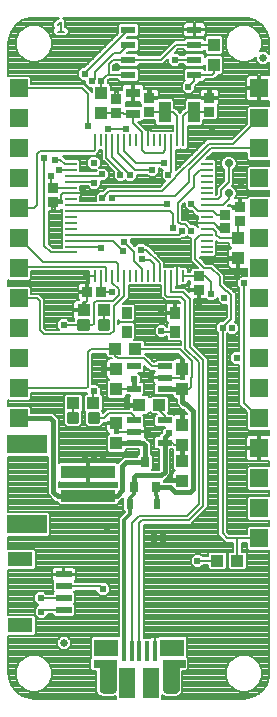
<source format=gtl>
G75*
%MOIN*%
%OFA0B0*%
%FSLAX25Y25*%
%IPPOS*%
%LPD*%
%AMOC8*
5,1,8,0,0,1.08239X$1,22.5*
%
%ADD10C,0.00800*%
%ADD11R,0.03543X0.03937*%
%ADD12R,0.03937X0.04331*%
%ADD13R,0.04724X0.02165*%
%ADD14R,0.02480X0.03268*%
%ADD15R,0.18110X0.03937*%
%ADD16R,0.13386X0.06299*%
%ADD17C,0.01181*%
%ADD18R,0.04331X0.03937*%
%ADD19R,0.03150X0.03543*%
%ADD20C,0.02500*%
%ADD21R,0.07874X0.04724*%
%ADD22R,0.05315X0.02362*%
%ADD23R,0.00866X0.03937*%
%ADD24R,0.03937X0.00866*%
%ADD25R,0.03937X0.07087*%
%ADD26R,0.03543X0.03346*%
%ADD27R,0.03346X0.03543*%
%ADD28R,0.04724X0.03150*%
%ADD29R,0.01575X0.06890*%
%ADD30R,0.07874X0.05748*%
%ADD31R,0.05610X0.09843*%
%ADD32C,0.00315*%
%ADD33C,0.03937*%
%ADD34C,0.04331*%
%ADD35R,0.06000X0.06000*%
%ADD36C,0.02900*%
%ADD37R,0.04724X0.02362*%
%ADD38C,0.01600*%
%ADD39C,0.02400*%
%ADD40C,0.01200*%
%ADD41C,0.01000*%
D10*
X0156974Y0082426D02*
X0159504Y0081605D01*
X0160833Y0081500D01*
X0188076Y0081500D01*
X0188076Y0082395D01*
X0187993Y0082374D01*
X0187923Y0082317D01*
X0187804Y0082328D01*
X0187713Y0082305D01*
X0187629Y0082263D01*
X0187546Y0082177D01*
X0187455Y0082176D01*
X0187374Y0082135D01*
X0187261Y0082173D01*
X0187255Y0082172D01*
X0187246Y0082163D01*
X0187137Y0082163D01*
X0186799Y0082080D01*
X0186663Y0082162D01*
X0186226Y0082155D01*
X0186217Y0082163D01*
X0184462Y0082163D01*
X0184337Y0082077D01*
X0183964Y0082145D01*
X0183816Y0082138D01*
X0183726Y0082102D01*
X0183659Y0082132D01*
X0183585Y0082128D01*
X0183514Y0082194D01*
X0183378Y0082252D01*
X0183232Y0082278D01*
X0183137Y0082263D01*
X0183077Y0082307D01*
X0183005Y0082320D01*
X0182950Y0082400D01*
X0182830Y0082487D01*
X0182694Y0082545D01*
X0182598Y0082552D01*
X0182550Y0082607D01*
X0182482Y0082636D01*
X0182446Y0082726D01*
X0182349Y0082837D01*
X0182229Y0082924D01*
X0182137Y0082952D01*
X0182102Y0083017D01*
X0182042Y0083061D01*
X0182027Y0083156D01*
X0181957Y0083287D01*
X0181860Y0083398D01*
X0181776Y0083446D01*
X0181757Y0083517D01*
X0181708Y0083572D01*
X0181715Y0083669D01*
X0181676Y0083811D01*
X0181579Y0083991D01*
X0181512Y0084058D01*
X0181512Y0084117D01*
X0181496Y0084146D01*
X0181512Y0084196D01*
X0181511Y0084411D01*
X0181418Y0084752D01*
X0181510Y0084914D01*
X0181494Y0090766D01*
X0181393Y0090766D01*
X0181389Y0090762D01*
X0180873Y0090766D01*
X0180357Y0090766D01*
X0180353Y0090770D01*
X0180348Y0090770D01*
X0179986Y0091138D01*
X0179621Y0091502D01*
X0179621Y0091508D01*
X0179617Y0091512D01*
X0179621Y0092029D01*
X0179621Y0092544D01*
X0179625Y0092548D01*
X0179640Y0094548D01*
X0179640Y0095064D01*
X0179645Y0095068D01*
X0179645Y0095074D01*
X0179798Y0095225D01*
X0179798Y0101652D01*
X0180442Y0102297D01*
X0189139Y0102297D01*
X0189139Y0141710D01*
X0191133Y0143704D01*
X0191133Y0143766D01*
X0191110Y0143766D01*
X0190466Y0144410D01*
X0190466Y0148445D01*
X0189183Y0147163D01*
X0189055Y0147163D01*
X0189055Y0146639D01*
X0188411Y0145994D01*
X0169389Y0145994D01*
X0168745Y0146639D01*
X0168745Y0147163D01*
X0167983Y0147163D01*
X0165433Y0149713D01*
X0165433Y0162136D01*
X0152333Y0162136D01*
X0152333Y0143864D01*
X0165576Y0143864D01*
X0166221Y0143219D01*
X0166221Y0136009D01*
X0165576Y0135365D01*
X0152333Y0135365D01*
X0152333Y0131486D01*
X0160757Y0131486D01*
X0161402Y0130841D01*
X0161402Y0125206D01*
X0160757Y0124561D01*
X0152333Y0124561D01*
X0152333Y0109439D01*
X0160757Y0109439D01*
X0161402Y0108794D01*
X0161402Y0103159D01*
X0160757Y0102514D01*
X0152333Y0102514D01*
X0152333Y0090000D01*
X0152438Y0088670D01*
X0153260Y0086141D01*
X0154823Y0083990D01*
X0156974Y0082426D01*
X0157070Y0082396D02*
X0182953Y0082396D01*
X0182007Y0083194D02*
X0155918Y0083194D01*
X0154821Y0083993D02*
X0159396Y0083993D01*
X0159620Y0083900D02*
X0162047Y0083900D01*
X0164289Y0084829D01*
X0166005Y0086545D01*
X0166933Y0088787D01*
X0166933Y0091213D01*
X0166005Y0093455D01*
X0164289Y0095171D01*
X0162047Y0096100D01*
X0159620Y0096100D01*
X0157378Y0095171D01*
X0155662Y0093455D01*
X0154733Y0091213D01*
X0154733Y0088787D01*
X0155662Y0086545D01*
X0157378Y0084829D01*
X0159620Y0083900D01*
X0159600Y0081597D02*
X0188076Y0081597D01*
X0181578Y0083993D02*
X0162270Y0083993D01*
X0164198Y0084791D02*
X0181440Y0084791D01*
X0181508Y0085590D02*
X0165050Y0085590D01*
X0165848Y0086388D02*
X0181506Y0086388D01*
X0181504Y0087187D02*
X0166271Y0087187D01*
X0166601Y0087985D02*
X0181502Y0087985D01*
X0181499Y0088784D02*
X0166932Y0088784D01*
X0166933Y0089582D02*
X0181497Y0089582D01*
X0181495Y0090381D02*
X0166933Y0090381D01*
X0166933Y0091179D02*
X0179944Y0091179D01*
X0179620Y0091978D02*
X0166617Y0091978D01*
X0166286Y0092776D02*
X0179627Y0092776D01*
X0179633Y0093575D02*
X0165885Y0093575D01*
X0165087Y0094373D02*
X0179639Y0094373D01*
X0179744Y0095172D02*
X0164288Y0095172D01*
X0162360Y0095970D02*
X0179798Y0095970D01*
X0179798Y0096769D02*
X0152333Y0096769D01*
X0152333Y0097567D02*
X0179798Y0097567D01*
X0179798Y0098366D02*
X0172522Y0098366D01*
X0173183Y0099027D02*
X0171807Y0097650D01*
X0169860Y0097650D01*
X0168483Y0099027D01*
X0168483Y0100973D01*
X0169860Y0102350D01*
X0171807Y0102350D01*
X0173183Y0100973D01*
X0173183Y0099027D01*
X0173183Y0099164D02*
X0179798Y0099164D01*
X0179798Y0099963D02*
X0173183Y0099963D01*
X0173183Y0100761D02*
X0179798Y0100761D01*
X0179798Y0101560D02*
X0172597Y0101560D01*
X0169070Y0101560D02*
X0152333Y0101560D01*
X0152333Y0102358D02*
X0189139Y0102358D01*
X0189139Y0103157D02*
X0161400Y0103157D01*
X0161402Y0103955D02*
X0189139Y0103955D01*
X0189139Y0104754D02*
X0161402Y0104754D01*
X0161402Y0105552D02*
X0189139Y0105552D01*
X0189139Y0106351D02*
X0161402Y0106351D01*
X0161402Y0107149D02*
X0189139Y0107149D01*
X0189139Y0107948D02*
X0161402Y0107948D01*
X0161402Y0108746D02*
X0161834Y0108746D01*
X0162381Y0108200D02*
X0164286Y0108200D01*
X0165633Y0109547D01*
X0165633Y0109594D01*
X0167076Y0109594D01*
X0167076Y0109458D01*
X0167720Y0108813D01*
X0173946Y0108813D01*
X0174591Y0109458D01*
X0174591Y0112731D01*
X0174259Y0113063D01*
X0174591Y0113395D01*
X0174591Y0116668D01*
X0174259Y0117000D01*
X0174591Y0117332D01*
X0174591Y0117469D01*
X0181533Y0117469D01*
X0181533Y0117047D01*
X0182881Y0115700D01*
X0184786Y0115700D01*
X0186133Y0117047D01*
X0186133Y0118953D01*
X0184786Y0120300D01*
X0183655Y0120300D01*
X0183486Y0120468D01*
X0174591Y0120468D01*
X0174591Y0120605D01*
X0174471Y0120725D01*
X0174611Y0120865D01*
X0174795Y0121184D01*
X0174891Y0121540D01*
X0174891Y0122715D01*
X0171024Y0122715D01*
X0171024Y0123096D01*
X0174891Y0123096D01*
X0174891Y0124271D01*
X0174795Y0124627D01*
X0174611Y0124946D01*
X0174350Y0125207D01*
X0174031Y0125391D01*
X0173675Y0125487D01*
X0171024Y0125487D01*
X0171024Y0123096D01*
X0170643Y0123096D01*
X0170643Y0125487D01*
X0167992Y0125487D01*
X0167635Y0125391D01*
X0167316Y0125207D01*
X0167056Y0124946D01*
X0166871Y0124627D01*
X0166776Y0124271D01*
X0166776Y0123096D01*
X0170643Y0123096D01*
X0170643Y0122715D01*
X0166776Y0122715D01*
X0166776Y0121540D01*
X0166871Y0121184D01*
X0167056Y0120865D01*
X0167195Y0120725D01*
X0167076Y0120605D01*
X0167076Y0117332D01*
X0167408Y0117000D01*
X0167076Y0116668D01*
X0167076Y0116500D01*
X0164886Y0116500D01*
X0164086Y0117300D01*
X0162181Y0117300D01*
X0160833Y0115953D01*
X0160833Y0114047D01*
X0162181Y0112700D01*
X0162281Y0112700D01*
X0161033Y0111453D01*
X0161033Y0109547D01*
X0162381Y0108200D01*
X0161036Y0109545D02*
X0152333Y0109545D01*
X0152333Y0110343D02*
X0161033Y0110343D01*
X0161033Y0111142D02*
X0152333Y0111142D01*
X0152333Y0111940D02*
X0161521Y0111940D01*
X0162142Y0112739D02*
X0152333Y0112739D01*
X0152333Y0113537D02*
X0161343Y0113537D01*
X0160833Y0114336D02*
X0152333Y0114336D01*
X0152333Y0115134D02*
X0160833Y0115134D01*
X0160833Y0115933D02*
X0152333Y0115933D01*
X0152333Y0116732D02*
X0161612Y0116732D01*
X0163133Y0115000D02*
X0170802Y0115000D01*
X0170833Y0115031D01*
X0174591Y0115134D02*
X0189139Y0115134D01*
X0189139Y0114336D02*
X0174591Y0114336D01*
X0174591Y0113537D02*
X0189139Y0113537D01*
X0189139Y0112739D02*
X0174583Y0112739D01*
X0174591Y0111940D02*
X0189139Y0111940D01*
X0189139Y0111142D02*
X0174591Y0111142D01*
X0174591Y0110343D02*
X0189139Y0110343D01*
X0189139Y0109545D02*
X0174591Y0109545D01*
X0170833Y0111094D02*
X0163928Y0111094D01*
X0163333Y0110500D01*
X0164832Y0108746D02*
X0189139Y0108746D01*
X0197457Y0108746D02*
X0239333Y0108746D01*
X0239333Y0107948D02*
X0197457Y0107948D01*
X0197457Y0107149D02*
X0239333Y0107149D01*
X0239333Y0106351D02*
X0197457Y0106351D01*
X0197457Y0105552D02*
X0239333Y0105552D01*
X0239333Y0104754D02*
X0197457Y0104754D01*
X0197457Y0103955D02*
X0239333Y0103955D01*
X0239333Y0103157D02*
X0197457Y0103157D01*
X0197457Y0102358D02*
X0239333Y0102358D01*
X0239333Y0101560D02*
X0212016Y0101560D01*
X0212016Y0101652D02*
X0211372Y0102297D01*
X0202586Y0102297D01*
X0202305Y0102015D01*
X0202047Y0102085D01*
X0201075Y0102085D01*
X0200103Y0102085D01*
X0199747Y0101989D01*
X0199428Y0101805D01*
X0199408Y0101785D01*
X0197457Y0101785D01*
X0197457Y0139500D01*
X0213076Y0139500D01*
X0213955Y0140379D01*
X0217955Y0144379D01*
X0218833Y0145257D01*
X0218833Y0194900D01*
X0214333Y0199400D01*
X0214333Y0214643D01*
X0215433Y0214643D01*
X0215433Y0217316D01*
X0216233Y0217316D01*
X0216233Y0214643D01*
X0217789Y0214643D01*
X0218123Y0214733D01*
X0218906Y0213950D01*
X0220811Y0213950D01*
X0222033Y0215172D01*
X0222033Y0214047D01*
X0223381Y0212700D01*
X0225133Y0212700D01*
X0225133Y0208674D01*
X0223759Y0207300D01*
X0222781Y0207300D01*
X0221433Y0205953D01*
X0221433Y0204047D01*
X0222233Y0203247D01*
X0222233Y0135979D01*
X0223833Y0134379D01*
X0224712Y0133500D01*
X0227180Y0133500D01*
X0227180Y0130568D01*
X0226059Y0130568D01*
X0225414Y0129924D01*
X0225414Y0125076D01*
X0226059Y0124431D01*
X0231301Y0124431D01*
X0231945Y0125076D01*
X0231945Y0129924D01*
X0231301Y0130568D01*
X0230180Y0130568D01*
X0230180Y0133500D01*
X0231733Y0133500D01*
X0231733Y0131544D01*
X0232378Y0130900D01*
X0239289Y0130900D01*
X0239333Y0130944D01*
X0239333Y0090000D01*
X0239229Y0088670D01*
X0238407Y0086141D01*
X0236844Y0083990D01*
X0234692Y0082426D01*
X0232163Y0081605D01*
X0230833Y0081500D01*
X0203660Y0081500D01*
X0203660Y0082589D01*
X0203926Y0082489D01*
X0204165Y0082317D01*
X0204185Y0082293D01*
X0204201Y0082291D01*
X0204214Y0082282D01*
X0204245Y0082287D01*
X0204538Y0082257D01*
X0204596Y0082236D01*
X0204629Y0082203D01*
X0204683Y0082203D01*
X0204871Y0082132D01*
X0205028Y0082203D01*
X0205088Y0082203D01*
X0205544Y0082157D01*
X0205599Y0082203D01*
X0207412Y0082203D01*
X0207538Y0082116D01*
X0207911Y0082184D01*
X0208058Y0082178D01*
X0208148Y0082142D01*
X0208216Y0082171D01*
X0208290Y0082168D01*
X0208361Y0082233D01*
X0208497Y0082291D01*
X0208642Y0082318D01*
X0208738Y0082303D01*
X0208797Y0082346D01*
X0208870Y0082359D01*
X0208925Y0082439D01*
X0209044Y0082526D01*
X0209180Y0082584D01*
X0209277Y0082591D01*
X0209325Y0082646D01*
X0209393Y0082676D01*
X0209429Y0082765D01*
X0209526Y0082877D01*
X0209645Y0082964D01*
X0209738Y0082992D01*
X0209773Y0083057D01*
X0209832Y0083100D01*
X0209847Y0083196D01*
X0209917Y0083326D01*
X0210014Y0083437D01*
X0210099Y0083485D01*
X0210118Y0083556D01*
X0210166Y0083612D01*
X0210160Y0083708D01*
X0210199Y0083851D01*
X0210297Y0084034D01*
X0210364Y0084101D01*
X0210364Y0084159D01*
X0210378Y0084185D01*
X0210364Y0084232D01*
X0210364Y0084452D01*
X0210457Y0084791D01*
X0227469Y0084791D01*
X0227378Y0084829D02*
X0229620Y0083900D01*
X0232047Y0083900D01*
X0234289Y0084829D01*
X0236005Y0086545D01*
X0236933Y0088787D01*
X0236933Y0091213D01*
X0236005Y0093455D01*
X0234289Y0095171D01*
X0232047Y0096100D01*
X0229620Y0096100D01*
X0227378Y0095171D01*
X0225662Y0093455D01*
X0224733Y0091213D01*
X0224733Y0088787D01*
X0225662Y0086545D01*
X0227378Y0084829D01*
X0226617Y0085590D02*
X0210364Y0085590D01*
X0210364Y0084954D02*
X0210364Y0090786D01*
X0211616Y0090786D01*
X0212352Y0091522D01*
X0212352Y0095064D01*
X0212016Y0095400D01*
X0212016Y0101652D01*
X0212016Y0100761D02*
X0239333Y0100761D01*
X0239333Y0099963D02*
X0212016Y0099963D01*
X0212016Y0099164D02*
X0239333Y0099164D01*
X0239333Y0098366D02*
X0212016Y0098366D01*
X0212016Y0097567D02*
X0239333Y0097567D01*
X0239333Y0096769D02*
X0212016Y0096769D01*
X0212016Y0095970D02*
X0229307Y0095970D01*
X0227379Y0095172D02*
X0212244Y0095172D01*
X0212352Y0094373D02*
X0226580Y0094373D01*
X0225781Y0093575D02*
X0212352Y0093575D01*
X0212352Y0092776D02*
X0225381Y0092776D01*
X0225050Y0091978D02*
X0212352Y0091978D01*
X0212009Y0091179D02*
X0224733Y0091179D01*
X0224733Y0090381D02*
X0210364Y0090381D01*
X0210364Y0089582D02*
X0224733Y0089582D01*
X0224735Y0088784D02*
X0210364Y0088784D01*
X0210364Y0087985D02*
X0225065Y0087985D01*
X0225396Y0087187D02*
X0210364Y0087187D01*
X0210364Y0086388D02*
X0225819Y0086388D01*
X0229396Y0083993D02*
X0210275Y0083993D01*
X0210457Y0084791D02*
X0210364Y0084954D01*
X0209847Y0083194D02*
X0235749Y0083194D01*
X0236846Y0083993D02*
X0232270Y0083993D01*
X0234198Y0084791D02*
X0237426Y0084791D01*
X0238006Y0085590D02*
X0235050Y0085590D01*
X0235848Y0086388D02*
X0238487Y0086388D01*
X0238747Y0087187D02*
X0236271Y0087187D01*
X0236601Y0087985D02*
X0239006Y0087985D01*
X0239238Y0088784D02*
X0236932Y0088784D01*
X0236933Y0089582D02*
X0239300Y0089582D01*
X0239333Y0090381D02*
X0236933Y0090381D01*
X0236933Y0091179D02*
X0239333Y0091179D01*
X0239333Y0091978D02*
X0236617Y0091978D01*
X0236286Y0092776D02*
X0239333Y0092776D01*
X0239333Y0093575D02*
X0235885Y0093575D01*
X0235087Y0094373D02*
X0239333Y0094373D01*
X0239333Y0095172D02*
X0234288Y0095172D01*
X0232360Y0095970D02*
X0239333Y0095970D01*
X0239333Y0109545D02*
X0197457Y0109545D01*
X0197457Y0110343D02*
X0239333Y0110343D01*
X0239333Y0111142D02*
X0197457Y0111142D01*
X0197457Y0111940D02*
X0239333Y0111940D01*
X0239333Y0112739D02*
X0197457Y0112739D01*
X0197457Y0113537D02*
X0239333Y0113537D01*
X0239333Y0114336D02*
X0197457Y0114336D01*
X0197457Y0115134D02*
X0239333Y0115134D01*
X0239333Y0115933D02*
X0197457Y0115933D01*
X0197457Y0116732D02*
X0239333Y0116732D01*
X0239333Y0117530D02*
X0197457Y0117530D01*
X0197457Y0118329D02*
X0239333Y0118329D01*
X0239333Y0119127D02*
X0197457Y0119127D01*
X0197457Y0119926D02*
X0239333Y0119926D01*
X0239333Y0120724D02*
X0197457Y0120724D01*
X0197457Y0121523D02*
X0239333Y0121523D01*
X0239333Y0122321D02*
X0197457Y0122321D01*
X0197457Y0123120D02*
X0239333Y0123120D01*
X0239333Y0123918D02*
X0197457Y0123918D01*
X0197457Y0124717D02*
X0219081Y0124717D01*
X0219366Y0124431D02*
X0224608Y0124431D01*
X0225252Y0125076D01*
X0225252Y0129924D01*
X0224608Y0130568D01*
X0219366Y0130568D01*
X0218722Y0129924D01*
X0218722Y0129000D01*
X0217086Y0129000D01*
X0216286Y0129800D01*
X0214381Y0129800D01*
X0213033Y0128453D01*
X0213033Y0126547D01*
X0214381Y0125200D01*
X0216286Y0125200D01*
X0217086Y0126000D01*
X0218722Y0126000D01*
X0218722Y0125076D01*
X0219366Y0124431D01*
X0218722Y0125515D02*
X0216601Y0125515D01*
X0215333Y0127500D02*
X0221987Y0127500D01*
X0225252Y0127112D02*
X0225414Y0127112D01*
X0225414Y0126314D02*
X0225252Y0126314D01*
X0225252Y0125515D02*
X0225414Y0125515D01*
X0225774Y0124717D02*
X0224893Y0124717D01*
X0225252Y0127911D02*
X0225414Y0127911D01*
X0225414Y0128709D02*
X0225252Y0128709D01*
X0225252Y0129508D02*
X0225414Y0129508D01*
X0225797Y0130306D02*
X0224870Y0130306D01*
X0227180Y0131105D02*
X0197457Y0131105D01*
X0197457Y0131903D02*
X0227180Y0131903D01*
X0227180Y0132702D02*
X0197457Y0132702D01*
X0197457Y0133500D02*
X0224712Y0133500D01*
X0223913Y0134299D02*
X0197457Y0134299D01*
X0197457Y0135097D02*
X0223115Y0135097D01*
X0222316Y0135896D02*
X0197457Y0135896D01*
X0197457Y0136694D02*
X0222233Y0136694D01*
X0222233Y0137493D02*
X0197457Y0137493D01*
X0197457Y0138291D02*
X0222233Y0138291D01*
X0222233Y0139090D02*
X0197457Y0139090D01*
X0195957Y0140124D02*
X0195957Y0097240D01*
X0193398Y0097240D02*
X0193398Y0140065D01*
X0195833Y0142500D01*
X0211833Y0142500D01*
X0215702Y0146369D01*
X0215702Y0193789D01*
X0211333Y0198157D01*
X0211333Y0214000D01*
X0209833Y0215500D01*
X0205333Y0215500D01*
X0204692Y0216142D01*
X0204692Y0222362D01*
X0206660Y0222362D02*
X0206660Y0217000D01*
X0210455Y0217000D01*
X0212833Y0214621D01*
X0212833Y0198779D01*
X0217333Y0194279D01*
X0217333Y0145879D01*
X0212455Y0141000D01*
X0196833Y0141000D01*
X0195957Y0140124D01*
X0190512Y0143082D02*
X0166221Y0143082D01*
X0166221Y0142284D02*
X0189713Y0142284D01*
X0189139Y0141485D02*
X0166221Y0141485D01*
X0166221Y0140687D02*
X0189139Y0140687D01*
X0189139Y0139888D02*
X0166221Y0139888D01*
X0166221Y0139090D02*
X0189139Y0139090D01*
X0189139Y0138291D02*
X0166221Y0138291D01*
X0166221Y0137493D02*
X0189139Y0137493D01*
X0189139Y0136694D02*
X0166221Y0136694D01*
X0166108Y0135896D02*
X0189139Y0135896D01*
X0189139Y0135097D02*
X0152333Y0135097D01*
X0152333Y0134299D02*
X0189139Y0134299D01*
X0189139Y0133500D02*
X0152333Y0133500D01*
X0152333Y0132702D02*
X0189139Y0132702D01*
X0189139Y0131903D02*
X0152333Y0131903D01*
X0161139Y0131105D02*
X0189139Y0131105D01*
X0189139Y0130306D02*
X0161402Y0130306D01*
X0161402Y0129508D02*
X0189139Y0129508D01*
X0189139Y0128709D02*
X0161402Y0128709D01*
X0161402Y0127911D02*
X0189139Y0127911D01*
X0189139Y0127112D02*
X0161402Y0127112D01*
X0161402Y0126314D02*
X0189139Y0126314D01*
X0189139Y0125515D02*
X0161402Y0125515D01*
X0160913Y0124717D02*
X0166923Y0124717D01*
X0166776Y0123918D02*
X0152333Y0123918D01*
X0152333Y0123120D02*
X0166776Y0123120D01*
X0166776Y0122321D02*
X0152333Y0122321D01*
X0152333Y0121523D02*
X0166781Y0121523D01*
X0167195Y0120724D02*
X0152333Y0120724D01*
X0152333Y0119926D02*
X0167076Y0119926D01*
X0167076Y0119127D02*
X0152333Y0119127D01*
X0152333Y0118329D02*
X0167076Y0118329D01*
X0167076Y0117530D02*
X0152333Y0117530D01*
X0164654Y0116732D02*
X0167139Y0116732D01*
X0170833Y0118969D02*
X0182865Y0118969D01*
X0183833Y0118000D01*
X0186133Y0118329D02*
X0189139Y0118329D01*
X0189139Y0119127D02*
X0185959Y0119127D01*
X0185160Y0119926D02*
X0189139Y0119926D01*
X0189139Y0120724D02*
X0174472Y0120724D01*
X0174886Y0121523D02*
X0189139Y0121523D01*
X0189139Y0122321D02*
X0174891Y0122321D01*
X0174891Y0123120D02*
X0189139Y0123120D01*
X0189139Y0123918D02*
X0174891Y0123918D01*
X0174744Y0124717D02*
X0189139Y0124717D01*
X0197457Y0125515D02*
X0214065Y0125515D01*
X0213267Y0126314D02*
X0197457Y0126314D01*
X0197457Y0127112D02*
X0213033Y0127112D01*
X0213033Y0127911D02*
X0197457Y0127911D01*
X0197457Y0128709D02*
X0213290Y0128709D01*
X0214088Y0129508D02*
X0197457Y0129508D01*
X0197457Y0130306D02*
X0219104Y0130306D01*
X0218722Y0129508D02*
X0216578Y0129508D01*
X0223733Y0136600D02*
X0225333Y0135000D01*
X0228333Y0135000D01*
X0228680Y0134654D01*
X0228680Y0127500D01*
X0231945Y0127112D02*
X0239333Y0127112D01*
X0239333Y0126314D02*
X0231945Y0126314D01*
X0231945Y0125515D02*
X0239333Y0125515D01*
X0239333Y0124717D02*
X0231586Y0124717D01*
X0231945Y0127911D02*
X0239333Y0127911D01*
X0239333Y0128709D02*
X0231945Y0128709D01*
X0231945Y0129508D02*
X0239333Y0129508D01*
X0239333Y0130306D02*
X0231563Y0130306D01*
X0232173Y0131105D02*
X0230180Y0131105D01*
X0230180Y0131903D02*
X0231733Y0131903D01*
X0231733Y0132702D02*
X0230180Y0132702D01*
X0228333Y0135000D02*
X0235833Y0135000D01*
X0231733Y0136500D02*
X0225955Y0136500D01*
X0225233Y0137221D01*
X0225233Y0203247D01*
X0225283Y0203297D01*
X0225881Y0202700D01*
X0227786Y0202700D01*
X0229133Y0204047D01*
X0229133Y0205953D01*
X0227894Y0207192D01*
X0228133Y0207431D01*
X0228133Y0216574D01*
X0227255Y0217453D01*
X0226786Y0217921D01*
X0225907Y0218800D01*
X0225886Y0218821D01*
X0225383Y0218821D01*
X0224208Y0219996D01*
X0224208Y0222899D01*
X0223330Y0223778D01*
X0223330Y0223778D01*
X0220551Y0226557D01*
X0218273Y0226557D01*
X0216126Y0228703D01*
X0220895Y0228703D01*
X0221540Y0229348D01*
X0221540Y0231125D01*
X0221444Y0231220D01*
X0221540Y0231316D01*
X0221540Y0233093D01*
X0221444Y0233189D01*
X0221540Y0233285D01*
X0221540Y0234047D01*
X0222116Y0233471D01*
X0225890Y0233471D01*
X0225890Y0232350D01*
X0226483Y0231757D01*
X0226449Y0231748D01*
X0226130Y0231564D01*
X0225870Y0231304D01*
X0225685Y0230984D01*
X0225590Y0230628D01*
X0225590Y0228679D01*
X0228558Y0228679D01*
X0228558Y0227879D01*
X0225590Y0227879D01*
X0225590Y0225929D01*
X0225685Y0225573D01*
X0225870Y0225254D01*
X0226130Y0224993D01*
X0226449Y0224809D01*
X0226805Y0224713D01*
X0228558Y0224713D01*
X0228558Y0227878D01*
X0229358Y0227878D01*
X0229358Y0224713D01*
X0231111Y0224713D01*
X0231467Y0224809D01*
X0231733Y0224962D01*
X0231733Y0222300D01*
X0229881Y0222300D01*
X0228533Y0220953D01*
X0228533Y0219047D01*
X0229333Y0218247D01*
X0229333Y0197300D01*
X0227581Y0197300D01*
X0226233Y0195953D01*
X0226233Y0194047D01*
X0227581Y0192700D01*
X0229333Y0192700D01*
X0229333Y0179379D01*
X0231733Y0176979D01*
X0231733Y0171544D01*
X0232378Y0170900D01*
X0239289Y0170900D01*
X0239333Y0170944D01*
X0239333Y0169315D01*
X0239018Y0169400D01*
X0236233Y0169400D01*
X0236233Y0165400D01*
X0235433Y0165400D01*
X0235433Y0164600D01*
X0231433Y0164600D01*
X0231433Y0161816D01*
X0231529Y0161460D01*
X0231713Y0161140D01*
X0231974Y0160880D01*
X0232293Y0160695D01*
X0232649Y0160600D01*
X0235433Y0160600D01*
X0235433Y0164600D01*
X0236233Y0164600D01*
X0236233Y0160600D01*
X0239018Y0160600D01*
X0239333Y0160685D01*
X0239333Y0159056D01*
X0239289Y0159100D01*
X0232378Y0159100D01*
X0231733Y0158456D01*
X0231733Y0151544D01*
X0232378Y0150900D01*
X0239289Y0150900D01*
X0239333Y0150944D01*
X0239333Y0149056D01*
X0239289Y0149100D01*
X0232378Y0149100D01*
X0231733Y0148456D01*
X0231733Y0141544D01*
X0232378Y0140900D01*
X0239289Y0140900D01*
X0239333Y0140944D01*
X0239333Y0139056D01*
X0239289Y0139100D01*
X0232378Y0139100D01*
X0231733Y0138456D01*
X0231733Y0136500D01*
X0231733Y0136694D02*
X0225760Y0136694D01*
X0225233Y0137493D02*
X0231733Y0137493D01*
X0231733Y0138291D02*
X0225233Y0138291D01*
X0225233Y0139090D02*
X0232368Y0139090D01*
X0231792Y0141485D02*
X0225233Y0141485D01*
X0225233Y0140687D02*
X0239333Y0140687D01*
X0239333Y0139888D02*
X0225233Y0139888D01*
X0225233Y0142284D02*
X0231733Y0142284D01*
X0231733Y0143082D02*
X0225233Y0143082D01*
X0225233Y0143881D02*
X0231733Y0143881D01*
X0231733Y0144679D02*
X0225233Y0144679D01*
X0225233Y0145478D02*
X0231733Y0145478D01*
X0231733Y0146276D02*
X0225233Y0146276D01*
X0225233Y0147075D02*
X0231733Y0147075D01*
X0231733Y0147873D02*
X0225233Y0147873D01*
X0225233Y0148672D02*
X0231950Y0148672D01*
X0232210Y0151068D02*
X0225233Y0151068D01*
X0225233Y0151866D02*
X0231733Y0151866D01*
X0231733Y0152665D02*
X0225233Y0152665D01*
X0225233Y0153463D02*
X0231733Y0153463D01*
X0231733Y0154262D02*
X0225233Y0154262D01*
X0225233Y0155060D02*
X0231733Y0155060D01*
X0231733Y0155859D02*
X0225233Y0155859D01*
X0225233Y0156657D02*
X0231733Y0156657D01*
X0231733Y0157456D02*
X0225233Y0157456D01*
X0225233Y0158254D02*
X0231733Y0158254D01*
X0232330Y0159053D02*
X0225233Y0159053D01*
X0225233Y0159851D02*
X0239333Y0159851D01*
X0239333Y0160650D02*
X0239203Y0160650D01*
X0236233Y0160650D02*
X0235433Y0160650D01*
X0235433Y0161448D02*
X0236233Y0161448D01*
X0236233Y0162247D02*
X0235433Y0162247D01*
X0235433Y0163045D02*
X0236233Y0163045D01*
X0236233Y0163844D02*
X0235433Y0163844D01*
X0235433Y0164642D02*
X0225233Y0164642D01*
X0225233Y0163844D02*
X0231433Y0163844D01*
X0231433Y0163045D02*
X0225233Y0163045D01*
X0225233Y0162247D02*
X0231433Y0162247D01*
X0231535Y0161448D02*
X0225233Y0161448D01*
X0225233Y0160650D02*
X0232464Y0160650D01*
X0231433Y0165400D02*
X0235433Y0165400D01*
X0235433Y0169400D01*
X0232649Y0169400D01*
X0232293Y0169305D01*
X0231974Y0169120D01*
X0231713Y0168860D01*
X0231529Y0168540D01*
X0231433Y0168184D01*
X0231433Y0165400D01*
X0231433Y0165441D02*
X0225233Y0165441D01*
X0225233Y0166239D02*
X0231433Y0166239D01*
X0231433Y0167038D02*
X0225233Y0167038D01*
X0225233Y0167836D02*
X0231433Y0167836D01*
X0231583Y0168635D02*
X0225233Y0168635D01*
X0225233Y0169433D02*
X0239333Y0169433D01*
X0239333Y0170232D02*
X0225233Y0170232D01*
X0225233Y0171030D02*
X0232247Y0171030D01*
X0231733Y0171829D02*
X0225233Y0171829D01*
X0225233Y0172627D02*
X0231733Y0172627D01*
X0231733Y0173426D02*
X0225233Y0173426D01*
X0225233Y0174224D02*
X0231733Y0174224D01*
X0231733Y0175023D02*
X0225233Y0175023D01*
X0225233Y0175821D02*
X0231733Y0175821D01*
X0231733Y0176620D02*
X0225233Y0176620D01*
X0225233Y0177418D02*
X0231294Y0177418D01*
X0230495Y0178217D02*
X0225233Y0178217D01*
X0225233Y0179015D02*
X0229697Y0179015D01*
X0229333Y0179814D02*
X0225233Y0179814D01*
X0225233Y0180612D02*
X0229333Y0180612D01*
X0229333Y0181411D02*
X0225233Y0181411D01*
X0225233Y0182209D02*
X0229333Y0182209D01*
X0229333Y0183008D02*
X0225233Y0183008D01*
X0225233Y0183806D02*
X0229333Y0183806D01*
X0229333Y0184605D02*
X0225233Y0184605D01*
X0225233Y0185403D02*
X0229333Y0185403D01*
X0229333Y0186202D02*
X0225233Y0186202D01*
X0225233Y0187001D02*
X0229333Y0187001D01*
X0229333Y0187799D02*
X0225233Y0187799D01*
X0225233Y0188598D02*
X0229333Y0188598D01*
X0229333Y0189396D02*
X0225233Y0189396D01*
X0225233Y0190195D02*
X0229333Y0190195D01*
X0229333Y0190993D02*
X0225233Y0190993D01*
X0225233Y0191792D02*
X0229333Y0191792D01*
X0229333Y0192590D02*
X0225233Y0192590D01*
X0225233Y0193389D02*
X0226892Y0193389D01*
X0226233Y0194187D02*
X0225233Y0194187D01*
X0225233Y0194986D02*
X0226233Y0194986D01*
X0226233Y0195784D02*
X0225233Y0195784D01*
X0225233Y0196583D02*
X0226863Y0196583D01*
X0225233Y0197381D02*
X0229333Y0197381D01*
X0229333Y0198180D02*
X0225233Y0198180D01*
X0225233Y0198978D02*
X0229333Y0198978D01*
X0229333Y0199777D02*
X0225233Y0199777D01*
X0225233Y0200575D02*
X0229333Y0200575D01*
X0229333Y0201374D02*
X0225233Y0201374D01*
X0225233Y0202172D02*
X0229333Y0202172D01*
X0229333Y0202971D02*
X0228057Y0202971D01*
X0228855Y0203769D02*
X0229333Y0203769D01*
X0229333Y0204568D02*
X0229133Y0204568D01*
X0229133Y0205366D02*
X0229333Y0205366D01*
X0229333Y0206165D02*
X0228921Y0206165D01*
X0229333Y0206963D02*
X0228123Y0206963D01*
X0228133Y0207762D02*
X0229333Y0207762D01*
X0229333Y0208560D02*
X0228133Y0208560D01*
X0228133Y0209359D02*
X0229333Y0209359D01*
X0229333Y0210157D02*
X0228133Y0210157D01*
X0228133Y0210956D02*
X0229333Y0210956D01*
X0229333Y0211754D02*
X0228133Y0211754D01*
X0228133Y0212553D02*
X0229333Y0212553D01*
X0229333Y0213351D02*
X0228133Y0213351D01*
X0228133Y0214150D02*
X0229333Y0214150D01*
X0229333Y0214948D02*
X0228133Y0214948D01*
X0228133Y0215747D02*
X0229333Y0215747D01*
X0229333Y0216545D02*
X0228133Y0216545D01*
X0227363Y0217344D02*
X0229333Y0217344D01*
X0229333Y0218142D02*
X0226565Y0218142D01*
X0225907Y0218800D02*
X0225907Y0218800D01*
X0225264Y0218941D02*
X0228640Y0218941D01*
X0228533Y0219739D02*
X0224465Y0219739D01*
X0224208Y0220538D02*
X0228533Y0220538D01*
X0228917Y0221337D02*
X0224208Y0221337D01*
X0224208Y0222135D02*
X0229716Y0222135D01*
X0228533Y0222200D02*
X0228333Y0222400D01*
X0228333Y0222500D01*
X0228958Y0223125D01*
X0228958Y0228279D01*
X0228558Y0228523D02*
X0216307Y0228523D01*
X0217105Y0227725D02*
X0225590Y0227725D01*
X0225590Y0226926D02*
X0217904Y0226926D01*
X0217652Y0225057D02*
X0214583Y0228125D01*
X0214583Y0234375D01*
X0216350Y0236142D01*
X0218471Y0236142D01*
X0218471Y0238110D02*
X0220460Y0238110D01*
X0221540Y0237030D01*
X0221540Y0236169D01*
X0222737Y0234971D01*
X0228958Y0234971D01*
X0228958Y0240592D01*
X0229333Y0240592D01*
X0229458Y0240717D01*
X0229058Y0244883D02*
X0227330Y0244883D01*
X0227330Y0244987D01*
X0226686Y0245632D01*
X0225586Y0245632D01*
X0226287Y0246332D01*
X0226287Y0245683D01*
X0229058Y0245683D01*
X0229058Y0244883D01*
X0229058Y0245292D02*
X0227025Y0245292D01*
X0226287Y0246090D02*
X0226045Y0246090D01*
X0225265Y0247431D02*
X0223818Y0245984D01*
X0218471Y0245984D01*
X0218471Y0244016D02*
X0215568Y0244016D01*
X0213333Y0246250D01*
X0211033Y0246090D02*
X0210333Y0246090D01*
X0210333Y0246131D02*
X0211033Y0246831D01*
X0211033Y0245297D01*
X0212381Y0243950D01*
X0213512Y0243950D01*
X0214946Y0242516D01*
X0215403Y0242516D01*
X0215403Y0241392D01*
X0215382Y0241371D01*
X0215198Y0241052D01*
X0215103Y0240696D01*
X0215103Y0240079D01*
X0218471Y0240079D01*
X0218471Y0240079D01*
X0218550Y0240000D01*
X0220833Y0240000D01*
X0222542Y0238292D01*
X0224458Y0238292D01*
X0224058Y0238105D02*
X0222586Y0238105D01*
X0222800Y0237892D02*
X0222000Y0238691D01*
X0224058Y0238691D01*
X0224058Y0237892D01*
X0222800Y0237892D01*
X0218486Y0238125D02*
X0218471Y0238110D01*
X0218471Y0240079D02*
X0215103Y0240079D01*
X0215103Y0239461D01*
X0215198Y0239105D01*
X0215382Y0238786D01*
X0215403Y0238766D01*
X0215403Y0238683D01*
X0214286Y0239800D01*
X0213155Y0239800D01*
X0212733Y0240221D01*
X0211855Y0241100D01*
X0210355Y0241100D01*
X0210333Y0241121D01*
X0210333Y0246131D01*
X0210333Y0245292D02*
X0211039Y0245292D01*
X0210333Y0244493D02*
X0211837Y0244493D01*
X0210333Y0243695D02*
X0213767Y0243695D01*
X0214566Y0242896D02*
X0210333Y0242896D01*
X0210333Y0242098D02*
X0215403Y0242098D01*
X0215341Y0241299D02*
X0210333Y0241299D01*
X0208833Y0240500D02*
X0208833Y0246753D01*
X0214133Y0252053D01*
X0214133Y0255800D01*
X0216129Y0257795D01*
X0218471Y0257795D01*
X0221540Y0258068D02*
X0224159Y0258068D01*
X0224333Y0257894D02*
X0224333Y0254228D01*
X0221783Y0251678D01*
X0221783Y0249571D01*
X0221665Y0249453D01*
X0221540Y0249453D01*
X0221540Y0250810D01*
X0221444Y0250905D01*
X0221540Y0251001D01*
X0221540Y0252778D01*
X0221444Y0252874D01*
X0221540Y0252970D01*
X0221540Y0254747D01*
X0221444Y0254843D01*
X0221540Y0254938D01*
X0221540Y0256715D01*
X0221444Y0256811D01*
X0221540Y0256907D01*
X0221540Y0258684D01*
X0221444Y0258780D01*
X0221540Y0258875D01*
X0221540Y0260652D01*
X0220895Y0261297D01*
X0218251Y0261297D01*
X0220455Y0263500D01*
X0231733Y0263500D01*
X0231733Y0261544D01*
X0232378Y0260900D01*
X0239289Y0260900D01*
X0239333Y0260944D01*
X0239333Y0259056D01*
X0239289Y0259100D01*
X0232378Y0259100D01*
X0231733Y0258456D01*
X0231733Y0251544D01*
X0232378Y0250900D01*
X0239289Y0250900D01*
X0239333Y0250944D01*
X0239333Y0249056D01*
X0239289Y0249100D01*
X0232378Y0249100D01*
X0231733Y0248456D01*
X0231733Y0248271D01*
X0231414Y0248357D01*
X0229858Y0248357D01*
X0229858Y0245684D01*
X0229058Y0245684D01*
X0229058Y0248357D01*
X0227796Y0248357D01*
X0227995Y0248556D01*
X0228383Y0249493D01*
X0228383Y0250507D01*
X0227995Y0251444D01*
X0227278Y0252162D01*
X0226735Y0252387D01*
X0227333Y0252985D01*
X0227333Y0257894D01*
X0227995Y0258556D01*
X0228383Y0259493D01*
X0228383Y0260507D01*
X0227995Y0261444D01*
X0227278Y0262162D01*
X0226341Y0262550D01*
X0225326Y0262550D01*
X0224389Y0262162D01*
X0223672Y0261444D01*
X0223283Y0260507D01*
X0223283Y0259493D01*
X0223672Y0258556D01*
X0224333Y0257894D01*
X0224333Y0257270D02*
X0221540Y0257270D01*
X0221540Y0256471D02*
X0224333Y0256471D01*
X0224333Y0255672D02*
X0221540Y0255672D01*
X0221476Y0254874D02*
X0224333Y0254874D01*
X0224181Y0254075D02*
X0221540Y0254075D01*
X0221540Y0253277D02*
X0223383Y0253277D01*
X0222584Y0252478D02*
X0221540Y0252478D01*
X0221540Y0251680D02*
X0221786Y0251680D01*
X0221783Y0250881D02*
X0221468Y0250881D01*
X0221540Y0250083D02*
X0221783Y0250083D01*
X0223283Y0251056D02*
X0225833Y0253606D01*
X0225833Y0260000D01*
X0223543Y0258867D02*
X0221531Y0258867D01*
X0221540Y0259665D02*
X0223283Y0259665D01*
X0223283Y0260464D02*
X0221540Y0260464D01*
X0220930Y0261262D02*
X0223596Y0261262D01*
X0224288Y0262061D02*
X0219015Y0262061D01*
X0219814Y0262859D02*
X0231733Y0262859D01*
X0231733Y0262061D02*
X0227379Y0262061D01*
X0228071Y0261262D02*
X0232016Y0261262D01*
X0232144Y0258867D02*
X0228124Y0258867D01*
X0228383Y0259665D02*
X0239333Y0259665D01*
X0239333Y0260464D02*
X0228383Y0260464D01*
X0227508Y0258068D02*
X0231733Y0258068D01*
X0231733Y0257270D02*
X0227333Y0257270D01*
X0227333Y0256471D02*
X0231733Y0256471D01*
X0231733Y0255672D02*
X0227333Y0255672D01*
X0227333Y0254874D02*
X0231733Y0254874D01*
X0231733Y0254075D02*
X0227333Y0254075D01*
X0227333Y0253277D02*
X0231733Y0253277D01*
X0231733Y0252478D02*
X0226827Y0252478D01*
X0227760Y0251680D02*
X0231733Y0251680D01*
X0231764Y0248486D02*
X0227925Y0248486D01*
X0228297Y0249284D02*
X0239333Y0249284D01*
X0239333Y0250083D02*
X0228383Y0250083D01*
X0228228Y0250881D02*
X0239333Y0250881D01*
X0229858Y0247687D02*
X0229058Y0247687D01*
X0229058Y0246889D02*
X0229858Y0246889D01*
X0229858Y0246090D02*
X0229058Y0246090D01*
X0225833Y0248036D02*
X0225833Y0250000D01*
X0225833Y0248036D02*
X0225265Y0247467D01*
X0225265Y0247431D01*
X0223283Y0248950D02*
X0222286Y0247953D01*
X0218471Y0247953D01*
X0218471Y0244016D02*
X0218455Y0244000D01*
X0218471Y0244016D02*
X0220568Y0244016D01*
X0221725Y0242858D01*
X0224458Y0242858D01*
X0215103Y0240501D02*
X0212454Y0240501D01*
X0211233Y0239600D02*
X0209733Y0239600D01*
X0208833Y0240500D01*
X0211233Y0239600D02*
X0213333Y0237500D01*
X0213287Y0235200D02*
X0212381Y0235200D01*
X0211883Y0235697D01*
X0211186Y0235000D01*
X0210055Y0235000D01*
X0209696Y0234642D01*
X0193033Y0234642D01*
X0193033Y0233663D01*
X0194389Y0232308D01*
X0195585Y0233505D01*
X0197491Y0233505D01*
X0198291Y0232705D01*
X0198750Y0232705D01*
X0204223Y0227232D01*
X0204223Y0225431D01*
X0205580Y0225431D01*
X0205676Y0225335D01*
X0205771Y0225431D01*
X0207316Y0225431D01*
X0207336Y0225451D01*
X0207655Y0225635D01*
X0208011Y0225731D01*
X0208629Y0225731D01*
X0208629Y0222362D01*
X0208629Y0218994D01*
X0209246Y0218994D01*
X0209602Y0219089D01*
X0209921Y0219273D01*
X0209942Y0219294D01*
X0211486Y0219294D01*
X0212130Y0219938D01*
X0212130Y0220862D01*
X0212962Y0220862D01*
X0212962Y0220270D01*
X0212941Y0220249D01*
X0212757Y0219930D01*
X0212662Y0219574D01*
X0212662Y0218116D01*
X0215433Y0218116D01*
X0215433Y0217317D01*
X0212662Y0217317D01*
X0212662Y0216914D01*
X0211076Y0218500D01*
X0209833Y0218500D01*
X0208160Y0218500D01*
X0208160Y0218994D01*
X0208629Y0218994D01*
X0208629Y0222362D01*
X0208629Y0222362D01*
X0208629Y0222362D01*
X0208629Y0225731D01*
X0209246Y0225731D01*
X0209602Y0225635D01*
X0209921Y0225451D01*
X0209942Y0225431D01*
X0211486Y0225431D01*
X0212130Y0224786D01*
X0212130Y0223862D01*
X0212962Y0223862D01*
X0212962Y0224412D01*
X0213606Y0225057D01*
X0215530Y0225057D01*
X0213083Y0227504D01*
X0213083Y0234996D01*
X0213287Y0235200D01*
X0213083Y0234911D02*
X0209966Y0234911D01*
X0209075Y0236142D02*
X0173196Y0236142D01*
X0173196Y0234173D02*
X0187149Y0234173D01*
X0190581Y0230742D01*
X0190733Y0233842D02*
X0194238Y0230337D01*
X0194238Y0227447D01*
X0196818Y0224868D01*
X0196818Y0222362D01*
X0197802Y0219389D02*
X0197897Y0219294D01*
X0199675Y0219294D01*
X0199770Y0219389D01*
X0199866Y0219294D01*
X0201643Y0219294D01*
X0201739Y0219389D01*
X0201834Y0219294D01*
X0203192Y0219294D01*
X0203192Y0215520D01*
X0204070Y0214642D01*
X0204712Y0214000D01*
X0209212Y0214000D01*
X0209694Y0213518D01*
X0208304Y0213518D01*
X0208304Y0210550D01*
X0207504Y0210550D01*
X0207504Y0213518D01*
X0205948Y0213518D01*
X0205592Y0213423D01*
X0205273Y0213238D01*
X0205012Y0212978D01*
X0204828Y0212658D01*
X0204733Y0212302D01*
X0204733Y0210550D01*
X0207504Y0210550D01*
X0207504Y0209750D01*
X0204733Y0209750D01*
X0204733Y0207997D01*
X0204828Y0207641D01*
X0205012Y0207321D01*
X0205273Y0207061D01*
X0205592Y0206877D01*
X0205626Y0206868D01*
X0205033Y0206275D01*
X0205033Y0205553D01*
X0204286Y0206300D01*
X0202381Y0206300D01*
X0201033Y0204953D01*
X0201033Y0203047D01*
X0202381Y0201700D01*
X0204286Y0201700D01*
X0204936Y0202350D01*
X0205033Y0202350D01*
X0205033Y0201426D01*
X0205677Y0200782D01*
X0209833Y0200782D01*
X0209833Y0199500D01*
X0197945Y0199500D01*
X0197945Y0200424D01*
X0197301Y0201068D01*
X0194276Y0201068D01*
X0194634Y0201426D01*
X0194634Y0206275D01*
X0193990Y0206919D01*
X0189535Y0206919D01*
X0188945Y0206329D01*
X0188945Y0207671D01*
X0189535Y0207081D01*
X0193990Y0207081D01*
X0194634Y0207725D01*
X0194634Y0212574D01*
X0193990Y0213218D01*
X0190547Y0213218D01*
X0192412Y0215083D01*
X0192412Y0219294D01*
X0193769Y0219294D01*
X0193865Y0219389D01*
X0193960Y0219294D01*
X0195738Y0219294D01*
X0195833Y0219389D01*
X0195929Y0219294D01*
X0197706Y0219294D01*
X0197802Y0219389D01*
X0200755Y0222362D02*
X0200755Y0226457D01*
X0199523Y0227689D01*
X0197249Y0227689D01*
X0196833Y0228105D01*
X0196538Y0231205D02*
X0198129Y0231205D01*
X0202723Y0226610D01*
X0202723Y0222362D01*
X0203192Y0218941D02*
X0192412Y0218941D01*
X0192412Y0218142D02*
X0203192Y0218142D01*
X0203192Y0217344D02*
X0192412Y0217344D01*
X0192412Y0216545D02*
X0203192Y0216545D01*
X0203192Y0215747D02*
X0192412Y0215747D01*
X0192277Y0214948D02*
X0203764Y0214948D01*
X0204562Y0214150D02*
X0191479Y0214150D01*
X0190680Y0213351D02*
X0205469Y0213351D01*
X0204800Y0212553D02*
X0194634Y0212553D01*
X0194634Y0211754D02*
X0204733Y0211754D01*
X0204733Y0210956D02*
X0194634Y0210956D01*
X0194634Y0210157D02*
X0207504Y0210157D01*
X0207504Y0210956D02*
X0208304Y0210956D01*
X0208304Y0211754D02*
X0207504Y0211754D01*
X0207504Y0212553D02*
X0208304Y0212553D01*
X0208304Y0213351D02*
X0207504Y0213351D01*
X0204733Y0209359D02*
X0194634Y0209359D01*
X0194634Y0208560D02*
X0204733Y0208560D01*
X0204795Y0207762D02*
X0194634Y0207762D01*
X0194634Y0206165D02*
X0202245Y0206165D01*
X0201447Y0205366D02*
X0194634Y0205366D01*
X0194634Y0204568D02*
X0201033Y0204568D01*
X0201033Y0203769D02*
X0194634Y0203769D01*
X0194634Y0202971D02*
X0201110Y0202971D01*
X0201908Y0202172D02*
X0194634Y0202172D01*
X0194582Y0201374D02*
X0205085Y0201374D01*
X0205033Y0202172D02*
X0204758Y0202172D01*
X0203483Y0203850D02*
X0207904Y0203850D01*
X0205033Y0206165D02*
X0204421Y0206165D01*
X0205442Y0206963D02*
X0188945Y0206963D01*
X0187445Y0204012D02*
X0186364Y0202931D01*
X0175302Y0202931D01*
X0175234Y0203000D01*
X0164333Y0203000D01*
X0162833Y0204500D01*
X0162833Y0214000D01*
X0161833Y0215000D01*
X0155833Y0215000D01*
X0159933Y0216500D02*
X0159933Y0218456D01*
X0159289Y0219100D01*
X0152378Y0219100D01*
X0152333Y0219056D01*
X0152333Y0220944D01*
X0152378Y0220900D01*
X0159289Y0220900D01*
X0159933Y0221544D01*
X0159933Y0224000D01*
X0179236Y0224000D01*
X0179236Y0222362D01*
X0179236Y0220209D01*
X0179247Y0220172D01*
X0178950Y0220172D01*
X0178950Y0217400D01*
X0178150Y0217400D01*
X0178150Y0220172D01*
X0176692Y0220172D01*
X0176336Y0220076D01*
X0176017Y0219892D01*
X0175756Y0219631D01*
X0175572Y0219312D01*
X0175477Y0218956D01*
X0175477Y0217400D01*
X0178150Y0217400D01*
X0178150Y0216600D01*
X0175477Y0216600D01*
X0175477Y0215044D01*
X0175572Y0214688D01*
X0175756Y0214369D01*
X0175757Y0214368D01*
X0175137Y0214368D01*
X0174781Y0214273D01*
X0174462Y0214089D01*
X0174201Y0213828D01*
X0174017Y0213509D01*
X0173922Y0213153D01*
X0173922Y0211400D01*
X0177087Y0211400D01*
X0177087Y0213828D01*
X0177887Y0213828D01*
X0177887Y0211400D01*
X0177087Y0211400D01*
X0177087Y0210600D01*
X0173922Y0210600D01*
X0173922Y0208847D01*
X0174017Y0208491D01*
X0174201Y0208172D01*
X0174312Y0208061D01*
X0174312Y0207500D01*
X0172586Y0207500D01*
X0171786Y0208300D01*
X0169881Y0208300D01*
X0168533Y0206953D01*
X0168533Y0205047D01*
X0169081Y0204500D01*
X0164955Y0204500D01*
X0164333Y0205121D01*
X0164333Y0214621D01*
X0163333Y0215621D01*
X0162455Y0216500D01*
X0159933Y0216500D01*
X0159933Y0216545D02*
X0175477Y0216545D01*
X0175477Y0215747D02*
X0163208Y0215747D01*
X0164006Y0214948D02*
X0175502Y0214948D01*
X0174568Y0214150D02*
X0164333Y0214150D01*
X0164333Y0213351D02*
X0173975Y0213351D01*
X0173922Y0212553D02*
X0164333Y0212553D01*
X0164333Y0211754D02*
X0173922Y0211754D01*
X0173922Y0210157D02*
X0164333Y0210157D01*
X0164333Y0209359D02*
X0173922Y0209359D01*
X0173998Y0208560D02*
X0164333Y0208560D01*
X0164333Y0207762D02*
X0169342Y0207762D01*
X0168544Y0206963D02*
X0164333Y0206963D01*
X0164333Y0206165D02*
X0168533Y0206165D01*
X0168533Y0205366D02*
X0164333Y0205366D01*
X0164887Y0204568D02*
X0169013Y0204568D01*
X0170833Y0206000D02*
X0177381Y0206000D01*
X0180333Y0206000D01*
X0180833Y0206500D01*
X0180833Y0212500D01*
X0180914Y0212581D01*
X0180914Y0213424D01*
X0181559Y0214069D01*
X0187155Y0214069D01*
X0189133Y0216047D01*
X0189133Y0217953D01*
X0186975Y0220111D01*
X0186975Y0222362D01*
X0185007Y0222362D02*
X0185007Y0225327D01*
X0184833Y0225500D01*
X0156333Y0225500D01*
X0155833Y0225000D01*
X0159933Y0223732D02*
X0179236Y0223732D01*
X0179236Y0222934D02*
X0159933Y0222934D01*
X0159933Y0222135D02*
X0179236Y0222135D01*
X0179236Y0222362D02*
X0181069Y0222362D01*
X0181069Y0222362D01*
X0179236Y0222362D01*
X0178550Y0222283D02*
X0178333Y0222500D01*
X0178471Y0222362D01*
X0181070Y0222362D01*
X0183038Y0222362D02*
X0183038Y0217079D01*
X0183117Y0217000D01*
X0186833Y0217000D01*
X0190912Y0215705D02*
X0187445Y0212238D01*
X0187445Y0204012D01*
X0184286Y0206000D02*
X0184286Y0210894D01*
X0184180Y0211000D01*
X0177887Y0211754D02*
X0177087Y0211754D01*
X0177087Y0210956D02*
X0164333Y0210956D01*
X0159933Y0217344D02*
X0178150Y0217344D01*
X0178550Y0217000D02*
X0178550Y0222283D01*
X0179236Y0221337D02*
X0159725Y0221337D01*
X0159448Y0218941D02*
X0175477Y0218941D01*
X0175477Y0218142D02*
X0159933Y0218142D01*
X0152333Y0219739D02*
X0175865Y0219739D01*
X0178150Y0219739D02*
X0178950Y0219739D01*
X0178950Y0218941D02*
X0178150Y0218941D01*
X0178150Y0218142D02*
X0178950Y0218142D01*
X0178550Y0217000D02*
X0178550Y0214217D01*
X0177487Y0213154D01*
X0177487Y0211000D01*
X0177087Y0212553D02*
X0177887Y0212553D01*
X0177887Y0213351D02*
X0177087Y0213351D01*
X0174312Y0207762D02*
X0172324Y0207762D01*
X0179833Y0198000D02*
X0178833Y0197000D01*
X0178833Y0185500D01*
X0178333Y0185000D01*
X0155833Y0185000D01*
X0159933Y0183500D02*
X0159933Y0181544D01*
X0159289Y0180900D01*
X0152378Y0180900D01*
X0152333Y0180944D01*
X0152333Y0179056D01*
X0152378Y0179100D01*
X0159289Y0179100D01*
X0159933Y0178456D01*
X0159933Y0176900D01*
X0167120Y0176900D01*
X0168233Y0175787D01*
X0169233Y0174787D01*
X0169233Y0160169D01*
X0169305Y0160210D01*
X0169661Y0160305D01*
X0178500Y0160305D01*
X0178500Y0157337D01*
X0179300Y0157337D01*
X0179300Y0160305D01*
X0188140Y0160305D01*
X0188496Y0160210D01*
X0188724Y0160078D01*
X0190877Y0162231D01*
X0195159Y0162231D01*
X0195159Y0162558D01*
X0195803Y0163202D01*
X0195933Y0163202D01*
X0195933Y0164577D01*
X0191402Y0164577D01*
X0191402Y0164033D01*
X0190757Y0163388D01*
X0185909Y0163388D01*
X0185265Y0164033D01*
X0185265Y0169275D01*
X0185858Y0169868D01*
X0185824Y0169877D01*
X0185505Y0170061D01*
X0185245Y0170321D01*
X0185060Y0170641D01*
X0184965Y0170997D01*
X0184965Y0172946D01*
X0187933Y0172946D01*
X0188733Y0172946D01*
X0188733Y0169919D01*
X0187933Y0169919D01*
X0187933Y0172946D01*
X0187933Y0173746D01*
X0185165Y0173746D01*
X0184919Y0173500D01*
X0183855Y0173500D01*
X0183855Y0172922D01*
X0182864Y0171931D01*
X0178708Y0171931D01*
X0177718Y0172922D01*
X0177718Y0177078D01*
X0177815Y0177175D01*
X0177414Y0177576D01*
X0177414Y0182424D01*
X0178059Y0183068D01*
X0178533Y0183068D01*
X0178533Y0183500D01*
X0159933Y0183500D01*
X0159933Y0183008D02*
X0171305Y0183008D01*
X0171366Y0183068D02*
X0170722Y0182424D01*
X0170722Y0177576D01*
X0171016Y0177282D01*
X0170812Y0177078D01*
X0170812Y0172922D01*
X0171802Y0171931D01*
X0175959Y0171931D01*
X0176949Y0172922D01*
X0176949Y0177078D01*
X0176852Y0177175D01*
X0177252Y0177576D01*
X0177252Y0182424D01*
X0176608Y0183068D01*
X0171366Y0183068D01*
X0170722Y0182209D02*
X0159933Y0182209D01*
X0159800Y0181411D02*
X0170722Y0181411D01*
X0170722Y0180612D02*
X0152333Y0180612D01*
X0152333Y0179814D02*
X0170722Y0179814D01*
X0170722Y0179015D02*
X0159374Y0179015D01*
X0159933Y0178217D02*
X0170722Y0178217D01*
X0170879Y0177418D02*
X0159933Y0177418D01*
X0167400Y0176620D02*
X0170812Y0176620D01*
X0170812Y0175821D02*
X0168199Y0175821D01*
X0168997Y0175023D02*
X0170812Y0175023D01*
X0170812Y0174224D02*
X0169233Y0174224D01*
X0169233Y0173426D02*
X0170812Y0173426D01*
X0171107Y0172627D02*
X0169233Y0172627D01*
X0169233Y0171829D02*
X0184965Y0171829D01*
X0184965Y0172627D02*
X0183560Y0172627D01*
X0183855Y0173426D02*
X0187933Y0173426D01*
X0188333Y0173346D02*
X0188333Y0171000D01*
X0188833Y0170500D01*
X0194215Y0170500D01*
X0198333Y0170500D01*
X0198833Y0171000D01*
X0197977Y0171030D02*
X0203611Y0171030D01*
X0203533Y0170953D02*
X0203533Y0170387D01*
X0202552Y0169405D01*
X0202552Y0168943D01*
X0201634Y0168943D01*
X0200990Y0168298D01*
X0200990Y0165222D01*
X0201634Y0164577D01*
X0202552Y0164577D01*
X0202552Y0157905D01*
X0202546Y0157900D01*
X0200305Y0157900D01*
X0200508Y0158103D01*
X0200508Y0162558D01*
X0199864Y0163202D01*
X0199733Y0163202D01*
X0199733Y0166787D01*
X0197860Y0168660D01*
X0197756Y0168660D01*
X0197882Y0168877D01*
X0197977Y0169233D01*
X0197977Y0170359D01*
X0194356Y0170359D01*
X0194356Y0170641D01*
X0197977Y0170641D01*
X0197977Y0171767D01*
X0197882Y0172123D01*
X0197697Y0172442D01*
X0197557Y0172582D01*
X0197677Y0172702D01*
X0197677Y0175778D01*
X0197324Y0176131D01*
X0198337Y0176131D01*
X0198693Y0176227D01*
X0199012Y0176411D01*
X0199272Y0176672D01*
X0199457Y0176991D01*
X0199466Y0177025D01*
X0200059Y0176431D01*
X0201780Y0176431D01*
X0201789Y0176423D01*
X0201634Y0176423D01*
X0200990Y0175778D01*
X0200990Y0172702D01*
X0201634Y0172057D01*
X0204638Y0172057D01*
X0203533Y0170953D01*
X0203378Y0170232D02*
X0197977Y0170232D01*
X0197977Y0169433D02*
X0202580Y0169433D01*
X0201326Y0168635D02*
X0197886Y0168635D01*
X0198684Y0167836D02*
X0200990Y0167836D01*
X0200990Y0167038D02*
X0199483Y0167038D01*
X0199733Y0166239D02*
X0200990Y0166239D01*
X0200990Y0165441D02*
X0199733Y0165441D01*
X0199733Y0164642D02*
X0201569Y0164642D01*
X0202552Y0163844D02*
X0199733Y0163844D01*
X0200021Y0163045D02*
X0202552Y0163045D01*
X0202552Y0162247D02*
X0200508Y0162247D01*
X0200508Y0161448D02*
X0202552Y0161448D01*
X0202552Y0160650D02*
X0200508Y0160650D01*
X0200508Y0159851D02*
X0202552Y0159851D01*
X0202552Y0159053D02*
X0200508Y0159053D01*
X0200508Y0158254D02*
X0202552Y0158254D01*
X0206352Y0158254D02*
X0207265Y0158254D01*
X0207265Y0158225D02*
X0207858Y0157632D01*
X0207824Y0157623D01*
X0207505Y0157439D01*
X0207245Y0157179D01*
X0207060Y0156859D01*
X0206965Y0156503D01*
X0206965Y0154554D01*
X0209933Y0154554D01*
X0209933Y0153754D01*
X0207165Y0153754D01*
X0207019Y0153900D01*
X0204248Y0153900D01*
X0204248Y0154228D01*
X0206352Y0156331D01*
X0206352Y0164577D01*
X0207265Y0164577D01*
X0207265Y0163533D01*
X0207297Y0163500D01*
X0207265Y0163467D01*
X0207265Y0158225D01*
X0207534Y0157456D02*
X0206352Y0157456D01*
X0206352Y0156657D02*
X0207006Y0156657D01*
X0206965Y0155859D02*
X0205879Y0155859D01*
X0205080Y0155060D02*
X0206965Y0155060D01*
X0206333Y0154700D02*
X0209787Y0154700D01*
X0210333Y0154154D01*
X0209933Y0154262D02*
X0204282Y0154262D01*
X0206352Y0159053D02*
X0207265Y0159053D01*
X0207265Y0159851D02*
X0206352Y0159851D01*
X0206352Y0160650D02*
X0207265Y0160650D01*
X0207265Y0161448D02*
X0206352Y0161448D01*
X0206352Y0162247D02*
X0207265Y0162247D01*
X0207265Y0163045D02*
X0206352Y0163045D01*
X0206352Y0163844D02*
X0207265Y0163844D01*
X0207680Y0166154D02*
X0207180Y0166654D01*
X0204558Y0166654D01*
X0207680Y0166154D02*
X0210333Y0166154D01*
X0218833Y0166239D02*
X0222233Y0166239D01*
X0222233Y0165441D02*
X0218833Y0165441D01*
X0218833Y0164642D02*
X0222233Y0164642D01*
X0222233Y0163844D02*
X0218833Y0163844D01*
X0218833Y0163045D02*
X0222233Y0163045D01*
X0222233Y0162247D02*
X0218833Y0162247D01*
X0218833Y0161448D02*
X0222233Y0161448D01*
X0222233Y0160650D02*
X0218833Y0160650D01*
X0218833Y0159851D02*
X0222233Y0159851D01*
X0222233Y0159053D02*
X0218833Y0159053D01*
X0218833Y0158254D02*
X0222233Y0158254D01*
X0222233Y0157456D02*
X0218833Y0157456D01*
X0218833Y0156657D02*
X0222233Y0156657D01*
X0222233Y0155859D02*
X0218833Y0155859D01*
X0218833Y0155060D02*
X0222233Y0155060D01*
X0222233Y0154262D02*
X0218833Y0154262D01*
X0218833Y0153463D02*
X0222233Y0153463D01*
X0222233Y0152665D02*
X0218833Y0152665D01*
X0218833Y0151866D02*
X0222233Y0151866D01*
X0222233Y0151068D02*
X0218833Y0151068D01*
X0218833Y0150269D02*
X0222233Y0150269D01*
X0222233Y0149470D02*
X0218833Y0149470D01*
X0218833Y0148672D02*
X0222233Y0148672D01*
X0222233Y0147873D02*
X0218833Y0147873D01*
X0218833Y0147075D02*
X0222233Y0147075D01*
X0222233Y0146276D02*
X0218833Y0146276D01*
X0218833Y0145478D02*
X0222233Y0145478D01*
X0222233Y0144679D02*
X0218255Y0144679D01*
X0217457Y0143881D02*
X0222233Y0143881D01*
X0222233Y0143082D02*
X0216658Y0143082D01*
X0215860Y0142284D02*
X0222233Y0142284D01*
X0222233Y0141485D02*
X0215061Y0141485D01*
X0214263Y0140687D02*
X0222233Y0140687D01*
X0222233Y0139888D02*
X0213464Y0139888D01*
X0223733Y0136600D02*
X0223733Y0205000D01*
X0224533Y0205800D01*
X0224533Y0205953D01*
X0226633Y0208053D01*
X0226633Y0215953D01*
X0225286Y0217300D01*
X0224783Y0217300D01*
X0222708Y0219375D01*
X0222708Y0222278D01*
X0219929Y0225057D01*
X0217652Y0225057D01*
X0215258Y0225329D02*
X0211587Y0225329D01*
X0212130Y0224531D02*
X0213080Y0224531D01*
X0214459Y0226128D02*
X0204223Y0226128D01*
X0204223Y0226926D02*
X0213661Y0226926D01*
X0213083Y0227725D02*
X0203730Y0227725D01*
X0202932Y0228523D02*
X0213083Y0228523D01*
X0213083Y0229322D02*
X0202133Y0229322D01*
X0201335Y0230120D02*
X0213083Y0230120D01*
X0213083Y0230919D02*
X0200536Y0230919D01*
X0199737Y0231717D02*
X0213083Y0231717D01*
X0213083Y0232516D02*
X0198939Y0232516D01*
X0197681Y0233314D02*
X0213083Y0233314D01*
X0213083Y0234113D02*
X0193033Y0234113D01*
X0193382Y0233314D02*
X0195395Y0233314D01*
X0194596Y0232516D02*
X0194181Y0232516D01*
X0188333Y0227000D02*
X0163833Y0227000D01*
X0155833Y0235000D01*
X0164333Y0232500D02*
X0164333Y0255000D01*
X0164333Y0261500D01*
X0164133Y0261700D01*
X0161833Y0263000D02*
X0161833Y0246000D01*
X0160833Y0245000D01*
X0155833Y0245000D01*
X0165833Y0244143D02*
X0166933Y0244143D01*
X0166933Y0246816D01*
X0167733Y0246816D01*
X0167733Y0244143D01*
X0169289Y0244143D01*
X0169645Y0244239D01*
X0169965Y0244423D01*
X0170127Y0244585D01*
X0170127Y0243127D01*
X0170223Y0243031D01*
X0170127Y0242936D01*
X0170127Y0241159D01*
X0170223Y0241063D01*
X0170127Y0240967D01*
X0170127Y0239190D01*
X0170223Y0239094D01*
X0170127Y0238999D01*
X0170127Y0237222D01*
X0170223Y0237126D01*
X0170127Y0237030D01*
X0170127Y0235253D01*
X0170223Y0235157D01*
X0170127Y0235062D01*
X0170127Y0233285D01*
X0170223Y0233189D01*
X0170127Y0233093D01*
X0170127Y0231736D01*
X0167218Y0231736D01*
X0165833Y0233121D01*
X0165833Y0244143D01*
X0165833Y0243695D02*
X0170127Y0243695D01*
X0170127Y0244493D02*
X0170035Y0244493D01*
X0170127Y0242896D02*
X0165833Y0242896D01*
X0165833Y0242098D02*
X0170127Y0242098D01*
X0170127Y0241299D02*
X0165833Y0241299D01*
X0165833Y0240501D02*
X0170127Y0240501D01*
X0170127Y0239702D02*
X0165833Y0239702D01*
X0165833Y0238904D02*
X0170127Y0238904D01*
X0170127Y0238105D02*
X0165833Y0238105D01*
X0165833Y0237307D02*
X0170127Y0237307D01*
X0170127Y0236508D02*
X0165833Y0236508D01*
X0165833Y0235710D02*
X0170127Y0235710D01*
X0170127Y0234911D02*
X0165833Y0234911D01*
X0165833Y0234113D02*
X0170127Y0234113D01*
X0170127Y0233314D02*
X0165833Y0233314D01*
X0166439Y0232516D02*
X0170127Y0232516D01*
X0173196Y0232205D02*
X0183002Y0232205D01*
X0183333Y0231873D01*
X0188333Y0227000D02*
X0188944Y0226390D01*
X0188944Y0222362D01*
X0190912Y0222362D02*
X0190912Y0215705D01*
X0179236Y0220538D02*
X0152333Y0220538D01*
X0164333Y0232500D02*
X0166597Y0230236D01*
X0173196Y0230236D01*
X0173211Y0244000D02*
X0173196Y0244016D01*
X0173211Y0244000D02*
X0206333Y0244000D01*
X0207133Y0243200D01*
X0207133Y0238442D01*
X0209075Y0236142D02*
X0210233Y0237300D01*
X0214384Y0239702D02*
X0215103Y0239702D01*
X0215182Y0238904D02*
X0215314Y0238904D01*
X0221540Y0233314D02*
X0225890Y0233314D01*
X0225890Y0232516D02*
X0221540Y0232516D01*
X0221540Y0231717D02*
X0226395Y0231717D01*
X0225668Y0230919D02*
X0221540Y0230919D01*
X0221540Y0230120D02*
X0225590Y0230120D01*
X0225590Y0229322D02*
X0221514Y0229322D01*
X0220980Y0226128D02*
X0225590Y0226128D01*
X0225826Y0225329D02*
X0221778Y0225329D01*
X0222577Y0224531D02*
X0231733Y0224531D01*
X0231733Y0223732D02*
X0223375Y0223732D01*
X0224174Y0222934D02*
X0231733Y0222934D01*
X0230833Y0220000D02*
X0230833Y0180000D01*
X0235833Y0175000D01*
X0235433Y0168635D02*
X0236233Y0168635D01*
X0236233Y0167836D02*
X0235433Y0167836D01*
X0235433Y0167038D02*
X0236233Y0167038D01*
X0236233Y0166239D02*
X0235433Y0166239D01*
X0235433Y0165441D02*
X0236233Y0165441D01*
X0222233Y0167038D02*
X0218833Y0167038D01*
X0218833Y0167836D02*
X0222233Y0167836D01*
X0222233Y0168635D02*
X0218833Y0168635D01*
X0218833Y0169433D02*
X0222233Y0169433D01*
X0222233Y0170232D02*
X0218833Y0170232D01*
X0218833Y0171030D02*
X0222233Y0171030D01*
X0222233Y0171829D02*
X0218833Y0171829D01*
X0218833Y0172627D02*
X0222233Y0172627D01*
X0222233Y0173426D02*
X0218833Y0173426D01*
X0218833Y0174224D02*
X0222233Y0174224D01*
X0222233Y0175023D02*
X0218833Y0175023D01*
X0218833Y0175821D02*
X0222233Y0175821D01*
X0222233Y0176620D02*
X0218833Y0176620D01*
X0218833Y0177418D02*
X0222233Y0177418D01*
X0222233Y0178217D02*
X0218833Y0178217D01*
X0218833Y0179015D02*
X0222233Y0179015D01*
X0222233Y0179814D02*
X0218833Y0179814D01*
X0218833Y0180612D02*
X0222233Y0180612D01*
X0222233Y0181411D02*
X0218833Y0181411D01*
X0218833Y0182209D02*
X0222233Y0182209D01*
X0222233Y0183008D02*
X0218833Y0183008D01*
X0218833Y0183806D02*
X0222233Y0183806D01*
X0222233Y0184605D02*
X0218833Y0184605D01*
X0218833Y0185403D02*
X0222233Y0185403D01*
X0222233Y0186202D02*
X0218833Y0186202D01*
X0218833Y0187001D02*
X0222233Y0187001D01*
X0222233Y0187799D02*
X0218833Y0187799D01*
X0218833Y0188598D02*
X0222233Y0188598D01*
X0222233Y0189396D02*
X0218833Y0189396D01*
X0218833Y0190195D02*
X0222233Y0190195D01*
X0222233Y0190993D02*
X0218833Y0190993D01*
X0218833Y0191792D02*
X0222233Y0191792D01*
X0222233Y0192590D02*
X0218833Y0192590D01*
X0218833Y0193389D02*
X0222233Y0193389D01*
X0222233Y0194187D02*
X0218833Y0194187D01*
X0218748Y0194986D02*
X0222233Y0194986D01*
X0222233Y0195784D02*
X0217949Y0195784D01*
X0217151Y0196583D02*
X0222233Y0196583D01*
X0222233Y0197381D02*
X0216352Y0197381D01*
X0215554Y0198180D02*
X0222233Y0198180D01*
X0222233Y0198978D02*
X0214755Y0198978D01*
X0214333Y0199777D02*
X0222233Y0199777D01*
X0222233Y0200575D02*
X0214333Y0200575D01*
X0214333Y0201374D02*
X0222233Y0201374D01*
X0222233Y0202172D02*
X0214333Y0202172D01*
X0214333Y0202971D02*
X0222233Y0202971D01*
X0221711Y0203769D02*
X0214333Y0203769D01*
X0214333Y0204568D02*
X0221433Y0204568D01*
X0221433Y0205366D02*
X0214333Y0205366D01*
X0214333Y0206165D02*
X0221645Y0206165D01*
X0222444Y0206963D02*
X0214333Y0206963D01*
X0214333Y0207762D02*
X0224221Y0207762D01*
X0225020Y0208560D02*
X0214333Y0208560D01*
X0214333Y0209359D02*
X0225133Y0209359D01*
X0225133Y0210157D02*
X0214333Y0210157D01*
X0214333Y0210956D02*
X0225133Y0210956D01*
X0225133Y0211754D02*
X0214333Y0211754D01*
X0214333Y0212553D02*
X0225133Y0212553D01*
X0222729Y0213351D02*
X0214333Y0213351D01*
X0214333Y0214150D02*
X0218706Y0214150D01*
X0221011Y0214150D02*
X0222033Y0214150D01*
X0222033Y0214948D02*
X0221809Y0214948D01*
X0219858Y0216250D02*
X0219858Y0220350D01*
X0217925Y0222283D01*
X0215833Y0222283D01*
X0215755Y0222362D01*
X0210597Y0222362D01*
X0208629Y0222135D02*
X0208629Y0222135D01*
X0208629Y0221337D02*
X0208629Y0221337D01*
X0208629Y0220538D02*
X0208629Y0220538D01*
X0208629Y0219739D02*
X0208629Y0219739D01*
X0208160Y0218941D02*
X0212662Y0218941D01*
X0212662Y0218142D02*
X0211434Y0218142D01*
X0212232Y0217344D02*
X0215433Y0217344D01*
X0215833Y0217717D02*
X0215833Y0213500D01*
X0215433Y0214948D02*
X0216233Y0214948D01*
X0216233Y0215747D02*
X0215433Y0215747D01*
X0215433Y0216545D02*
X0216233Y0216545D01*
X0212706Y0219739D02*
X0211932Y0219739D01*
X0212130Y0220538D02*
X0212962Y0220538D01*
X0208629Y0222934D02*
X0208629Y0222934D01*
X0208629Y0223732D02*
X0208629Y0223732D01*
X0208629Y0224531D02*
X0208629Y0224531D01*
X0208629Y0225329D02*
X0208629Y0225329D01*
X0225265Y0217321D02*
X0225286Y0217300D01*
X0228558Y0225329D02*
X0229358Y0225329D01*
X0229358Y0226128D02*
X0228558Y0226128D01*
X0228558Y0226926D02*
X0229358Y0226926D01*
X0229358Y0227725D02*
X0228558Y0227725D01*
X0205162Y0246300D02*
X0204846Y0245984D01*
X0173196Y0245984D01*
X0170223Y0246968D02*
X0170127Y0246873D01*
X0170127Y0246817D01*
X0167733Y0246817D01*
X0167733Y0247616D01*
X0170127Y0247616D01*
X0170127Y0247064D01*
X0170223Y0246968D01*
X0170143Y0246889D02*
X0167733Y0246889D01*
X0167333Y0247217D02*
X0169550Y0247217D01*
X0169833Y0247500D01*
X0169833Y0249283D01*
X0170472Y0249921D01*
X0173196Y0249921D01*
X0173196Y0249921D01*
X0176564Y0249921D01*
X0176564Y0249304D01*
X0176469Y0248948D01*
X0176284Y0248629D01*
X0176264Y0248608D01*
X0176264Y0247484D01*
X0181396Y0247484D01*
X0181396Y0249237D01*
X0182743Y0250584D01*
X0183722Y0250584D01*
X0183874Y0250737D01*
X0184343Y0251206D01*
X0184343Y0251206D01*
X0185222Y0252084D01*
X0202796Y0252084D01*
X0204620Y0253908D01*
X0203381Y0255147D01*
X0203381Y0257053D01*
X0204028Y0257700D01*
X0203381Y0257700D01*
X0202633Y0258447D01*
X0202633Y0256747D01*
X0201286Y0255400D01*
X0199381Y0255400D01*
X0198581Y0256200D01*
X0195222Y0256200D01*
X0195222Y0255206D01*
X0193875Y0253858D01*
X0191970Y0253858D01*
X0191296Y0254532D01*
X0190622Y0253858D01*
X0188717Y0253858D01*
X0187370Y0255206D01*
X0187370Y0257111D01*
X0187485Y0257227D01*
X0184385Y0260327D01*
X0184385Y0260327D01*
X0183507Y0261205D01*
X0183507Y0264569D01*
X0182570Y0264569D01*
X0182570Y0263615D01*
X0182333Y0263379D01*
X0181455Y0262500D01*
X0170455Y0262500D01*
X0171658Y0261297D01*
X0175620Y0261297D01*
X0176264Y0260652D01*
X0176264Y0258875D01*
X0176168Y0258780D01*
X0176264Y0258684D01*
X0176264Y0257327D01*
X0181380Y0257327D01*
X0181753Y0257700D01*
X0179881Y0257700D01*
X0178533Y0259047D01*
X0178533Y0260953D01*
X0179881Y0262300D01*
X0181786Y0262300D01*
X0183133Y0260953D01*
X0183133Y0259047D01*
X0182650Y0258564D01*
X0184522Y0258564D01*
X0185870Y0257216D01*
X0185870Y0255311D01*
X0184522Y0253964D01*
X0183133Y0253964D01*
X0183133Y0252574D01*
X0181786Y0251227D01*
X0179881Y0251227D01*
X0178749Y0252358D01*
X0176264Y0252358D01*
X0176264Y0251234D01*
X0176284Y0251214D01*
X0176469Y0250895D01*
X0176564Y0250539D01*
X0176564Y0249921D01*
X0173196Y0249921D01*
X0176255Y0249921D01*
X0177333Y0251000D01*
X0176472Y0250881D02*
X0184019Y0250881D01*
X0184817Y0251680D02*
X0182239Y0251680D01*
X0183038Y0252478D02*
X0203190Y0252478D01*
X0203989Y0253277D02*
X0183133Y0253277D01*
X0184634Y0254075D02*
X0188500Y0254075D01*
X0187701Y0254874D02*
X0185433Y0254874D01*
X0185870Y0255672D02*
X0187370Y0255672D01*
X0187370Y0256471D02*
X0185870Y0256471D01*
X0185816Y0257270D02*
X0187442Y0257270D01*
X0186644Y0258068D02*
X0185018Y0258068D01*
X0185845Y0258867D02*
X0182953Y0258867D01*
X0183133Y0259665D02*
X0185047Y0259665D01*
X0184248Y0260464D02*
X0183133Y0260464D01*
X0182824Y0261262D02*
X0183507Y0261262D01*
X0183507Y0262061D02*
X0182025Y0262061D01*
X0181814Y0262859D02*
X0183507Y0262859D01*
X0183507Y0263658D02*
X0182570Y0263658D01*
X0182570Y0264456D02*
X0183507Y0264456D01*
X0181070Y0264236D02*
X0180833Y0264000D01*
X0162833Y0264000D01*
X0161833Y0263000D01*
X0167933Y0261200D02*
X0169633Y0261200D01*
X0171070Y0259764D01*
X0173196Y0259764D01*
X0173196Y0257795D02*
X0170075Y0257795D01*
X0169957Y0257677D01*
X0169257Y0257677D01*
X0166633Y0255616D02*
X0166633Y0252483D01*
X0167333Y0251783D01*
X0167440Y0251890D01*
X0173196Y0251890D01*
X0173196Y0253858D02*
X0180502Y0253858D01*
X0180833Y0253527D01*
X0179427Y0251680D02*
X0176264Y0251680D01*
X0176564Y0250083D02*
X0182242Y0250083D01*
X0181443Y0249284D02*
X0176559Y0249284D01*
X0176264Y0248486D02*
X0181396Y0248486D01*
X0181396Y0247687D02*
X0176264Y0247687D01*
X0173195Y0249921D02*
X0170205Y0249921D01*
X0170205Y0249921D01*
X0173195Y0249921D01*
X0173195Y0249921D01*
X0167733Y0246090D02*
X0166933Y0246090D01*
X0166933Y0245292D02*
X0167733Y0245292D01*
X0167733Y0244493D02*
X0166933Y0244493D01*
X0183696Y0248284D02*
X0184496Y0249084D01*
X0184496Y0249237D01*
X0185843Y0250584D01*
X0203418Y0250584D01*
X0207981Y0255147D01*
X0207981Y0255352D01*
X0215426Y0262797D01*
X0215509Y0262797D01*
X0219212Y0266500D01*
X0227333Y0266500D01*
X0235833Y0275000D01*
X0231733Y0274837D02*
X0221954Y0274837D01*
X0222205Y0275088D02*
X0222205Y0279230D01*
X0222225Y0279251D01*
X0222410Y0279570D01*
X0222505Y0279926D01*
X0222505Y0281383D01*
X0219733Y0281383D01*
X0219733Y0282183D01*
X0222505Y0282183D01*
X0222505Y0283641D01*
X0222410Y0283997D01*
X0222225Y0284316D01*
X0221965Y0284577D01*
X0221645Y0284761D01*
X0221289Y0284857D01*
X0219733Y0284857D01*
X0219733Y0282184D01*
X0218933Y0282184D01*
X0218933Y0284857D01*
X0217377Y0284857D01*
X0217021Y0284761D01*
X0216702Y0284577D01*
X0216441Y0284316D01*
X0216257Y0283997D01*
X0216162Y0283641D01*
X0216162Y0282183D01*
X0218933Y0282183D01*
X0218933Y0281383D01*
X0216939Y0281383D01*
X0216679Y0281643D01*
X0211830Y0281643D01*
X0211186Y0280999D01*
X0211186Y0278474D01*
X0210333Y0277621D01*
X0209583Y0276871D01*
X0208833Y0277621D01*
X0207955Y0278500D01*
X0207481Y0278500D01*
X0207481Y0280999D01*
X0206836Y0281643D01*
X0201988Y0281643D01*
X0201728Y0281383D01*
X0199733Y0281383D01*
X0199733Y0282183D01*
X0202505Y0282183D01*
X0202505Y0283641D01*
X0202410Y0283997D01*
X0202225Y0284316D01*
X0201965Y0284577D01*
X0201645Y0284761D01*
X0201289Y0284857D01*
X0199733Y0284857D01*
X0199733Y0282184D01*
X0198933Y0282184D01*
X0198933Y0284857D01*
X0197596Y0284857D01*
X0197596Y0285302D01*
X0197500Y0285658D01*
X0197316Y0285978D01*
X0197055Y0286238D01*
X0196736Y0286423D01*
X0196380Y0286518D01*
X0194221Y0286518D01*
X0194221Y0283931D01*
X0193446Y0283931D01*
X0193446Y0286518D01*
X0191287Y0286518D01*
X0190931Y0286423D01*
X0190612Y0286238D01*
X0190351Y0285978D01*
X0190167Y0285658D01*
X0190071Y0285302D01*
X0190071Y0284357D01*
X0188733Y0284357D01*
X0188733Y0281684D01*
X0187933Y0281684D01*
X0187933Y0284357D01*
X0186402Y0284357D01*
X0186402Y0285967D01*
X0185757Y0286612D01*
X0185633Y0286612D01*
X0185633Y0287679D01*
X0185955Y0288000D01*
X0188848Y0288000D01*
X0188848Y0287863D01*
X0189492Y0287219D01*
X0195128Y0287219D01*
X0195772Y0287863D01*
X0195772Y0291137D01*
X0195128Y0291781D01*
X0189492Y0291781D01*
X0188848Y0291137D01*
X0188848Y0291000D01*
X0187333Y0291000D01*
X0187333Y0292379D01*
X0187955Y0293000D01*
X0188848Y0293000D01*
X0188848Y0292863D01*
X0189492Y0292219D01*
X0195128Y0292219D01*
X0195772Y0292863D01*
X0195772Y0293000D01*
X0203955Y0293000D01*
X0205533Y0294579D01*
X0205533Y0293547D01*
X0206881Y0292200D01*
X0208786Y0292200D01*
X0209586Y0293000D01*
X0210895Y0293000D01*
X0210895Y0292863D01*
X0211539Y0292219D01*
X0217175Y0292219D01*
X0217765Y0292809D01*
X0217765Y0291191D01*
X0217175Y0291781D01*
X0211539Y0291781D01*
X0210895Y0291137D01*
X0210895Y0287863D01*
X0211169Y0287589D01*
X0210033Y0286453D01*
X0210033Y0284547D01*
X0211381Y0283200D01*
X0213286Y0283200D01*
X0214633Y0284547D01*
X0214633Y0285679D01*
X0215857Y0286902D01*
X0215857Y0287219D01*
X0217175Y0287219D01*
X0217819Y0287863D01*
X0217819Y0288000D01*
X0220955Y0288000D01*
X0221833Y0288879D01*
X0222333Y0289379D01*
X0222333Y0289388D01*
X0223257Y0289388D01*
X0223902Y0290033D01*
X0223902Y0295275D01*
X0223257Y0295919D01*
X0218409Y0295919D01*
X0217819Y0295329D01*
X0217819Y0296137D01*
X0217175Y0296781D01*
X0211539Y0296781D01*
X0210895Y0296137D01*
X0210895Y0296000D01*
X0209586Y0296000D01*
X0208786Y0296800D01*
X0207755Y0296800D01*
X0208955Y0298000D01*
X0210895Y0298000D01*
X0210895Y0297863D01*
X0211539Y0297219D01*
X0217175Y0297219D01*
X0217765Y0297809D01*
X0217765Y0296725D01*
X0218409Y0296081D01*
X0223257Y0296081D01*
X0223902Y0296725D01*
X0223902Y0301967D01*
X0223257Y0302612D01*
X0218409Y0302612D01*
X0217765Y0301967D01*
X0217765Y0301191D01*
X0217175Y0301781D01*
X0211539Y0301781D01*
X0210895Y0301137D01*
X0210895Y0301000D01*
X0207712Y0301000D01*
X0206833Y0300121D01*
X0202712Y0296000D01*
X0195772Y0296000D01*
X0195772Y0296137D01*
X0195128Y0296781D01*
X0191712Y0296781D01*
X0192150Y0297219D01*
X0195128Y0297219D01*
X0195772Y0297863D01*
X0195772Y0301137D01*
X0195128Y0301781D01*
X0191712Y0301781D01*
X0192150Y0302219D01*
X0195128Y0302219D01*
X0195772Y0302863D01*
X0195772Y0306137D01*
X0195128Y0306781D01*
X0189492Y0306781D01*
X0188848Y0306137D01*
X0188848Y0303258D01*
X0177689Y0292100D01*
X0176881Y0292100D01*
X0175533Y0290753D01*
X0175533Y0288847D01*
X0176881Y0287500D01*
X0177933Y0287500D01*
X0177933Y0286547D01*
X0179281Y0285200D01*
X0180265Y0285200D01*
X0180265Y0283690D01*
X0178333Y0285621D01*
X0177455Y0286500D01*
X0159933Y0286500D01*
X0159933Y0288456D01*
X0159289Y0289100D01*
X0152378Y0289100D01*
X0152333Y0289056D01*
X0152333Y0300000D01*
X0152438Y0301330D01*
X0153260Y0303859D01*
X0154823Y0306010D01*
X0156974Y0307574D01*
X0159504Y0308395D01*
X0160833Y0308500D01*
X0169077Y0308500D01*
X0168301Y0307724D01*
X0167233Y0306656D01*
X0167233Y0305414D01*
X0167680Y0304968D01*
X0167233Y0304521D01*
X0167233Y0303279D01*
X0168112Y0302400D01*
X0171490Y0302400D01*
X0172368Y0303279D01*
X0172368Y0304521D01*
X0171490Y0305400D01*
X0171301Y0305400D01*
X0171301Y0307724D01*
X0170525Y0308500D01*
X0230833Y0308500D01*
X0232163Y0308395D01*
X0234692Y0307574D01*
X0236844Y0306010D01*
X0238407Y0303859D01*
X0239229Y0301330D01*
X0239333Y0300000D01*
X0239333Y0296323D01*
X0238307Y0297350D01*
X0236360Y0297350D01*
X0236323Y0297313D01*
X0236933Y0298787D01*
X0236933Y0301213D01*
X0236005Y0303455D01*
X0234289Y0305171D01*
X0232047Y0306100D01*
X0229620Y0306100D01*
X0227378Y0305171D01*
X0225662Y0303455D01*
X0224733Y0301213D01*
X0224733Y0298787D01*
X0225662Y0296545D01*
X0227378Y0294829D01*
X0229620Y0293900D01*
X0232047Y0293900D01*
X0234289Y0294829D01*
X0234983Y0295523D01*
X0234983Y0294027D01*
X0236360Y0292650D01*
X0238307Y0292650D01*
X0239333Y0293677D01*
X0239333Y0289315D01*
X0239018Y0289400D01*
X0236233Y0289400D01*
X0236233Y0285400D01*
X0235433Y0285400D01*
X0235433Y0284600D01*
X0231433Y0284600D01*
X0231433Y0281816D01*
X0231529Y0281460D01*
X0231713Y0281140D01*
X0231974Y0280880D01*
X0232293Y0280695D01*
X0232649Y0280600D01*
X0235433Y0280600D01*
X0235433Y0284600D01*
X0236233Y0284600D01*
X0236233Y0280600D01*
X0239018Y0280600D01*
X0239333Y0280685D01*
X0239333Y0279056D01*
X0239289Y0279100D01*
X0232378Y0279100D01*
X0231733Y0278456D01*
X0231733Y0273021D01*
X0226712Y0268000D01*
X0218591Y0268000D01*
X0214888Y0264297D01*
X0214804Y0264297D01*
X0208160Y0257653D01*
X0208160Y0257701D01*
X0208160Y0264569D01*
X0209517Y0264569D01*
X0209613Y0264665D01*
X0209708Y0264569D01*
X0211486Y0264569D01*
X0212130Y0265214D01*
X0212130Y0270062D01*
X0212097Y0270095D01*
X0212097Y0272357D01*
X0216679Y0272357D01*
X0217323Y0273001D01*
X0217323Y0274443D01*
X0221561Y0274443D01*
X0222205Y0275088D01*
X0222205Y0275635D02*
X0231733Y0275635D01*
X0231733Y0276434D02*
X0222205Y0276434D01*
X0222205Y0277232D02*
X0231733Y0277232D01*
X0231733Y0278031D02*
X0222205Y0278031D01*
X0222205Y0278829D02*
X0232107Y0278829D01*
X0231664Y0281225D02*
X0222505Y0281225D01*
X0222505Y0280426D02*
X0239333Y0280426D01*
X0239333Y0279628D02*
X0222425Y0279628D01*
X0222505Y0282822D02*
X0231433Y0282822D01*
X0231433Y0283620D02*
X0222505Y0283620D01*
X0222123Y0284419D02*
X0231433Y0284419D01*
X0231433Y0285400D02*
X0235433Y0285400D01*
X0235433Y0289400D01*
X0232649Y0289400D01*
X0232293Y0289305D01*
X0231974Y0289120D01*
X0231713Y0288860D01*
X0231529Y0288540D01*
X0231433Y0288184D01*
X0231433Y0285400D01*
X0231433Y0286016D02*
X0214971Y0286016D01*
X0214633Y0285217D02*
X0235433Y0285217D01*
X0235433Y0284419D02*
X0236233Y0284419D01*
X0236233Y0283620D02*
X0235433Y0283620D01*
X0235433Y0282822D02*
X0236233Y0282822D01*
X0236233Y0282023D02*
X0235433Y0282023D01*
X0235433Y0281225D02*
X0236233Y0281225D01*
X0236233Y0286016D02*
X0235433Y0286016D01*
X0235433Y0286814D02*
X0236233Y0286814D01*
X0236233Y0287613D02*
X0235433Y0287613D01*
X0235433Y0288411D02*
X0236233Y0288411D01*
X0236233Y0289210D02*
X0235433Y0289210D01*
X0232129Y0289210D02*
X0222165Y0289210D01*
X0221366Y0288411D02*
X0231494Y0288411D01*
X0231433Y0287613D02*
X0217569Y0287613D01*
X0215769Y0286814D02*
X0231433Y0286814D01*
X0223878Y0290008D02*
X0239333Y0290008D01*
X0239333Y0290807D02*
X0223902Y0290807D01*
X0223902Y0291605D02*
X0239333Y0291605D01*
X0239333Y0292404D02*
X0223902Y0292404D01*
X0223902Y0293203D02*
X0235807Y0293203D01*
X0235009Y0294001D02*
X0232291Y0294001D01*
X0234218Y0294800D02*
X0234983Y0294800D01*
X0236605Y0297994D02*
X0239333Y0297994D01*
X0239333Y0298792D02*
X0236933Y0298792D01*
X0236933Y0299591D02*
X0239333Y0299591D01*
X0239303Y0300389D02*
X0236933Y0300389D01*
X0236933Y0301188D02*
X0239240Y0301188D01*
X0239015Y0301986D02*
X0236613Y0301986D01*
X0236282Y0302785D02*
X0238756Y0302785D01*
X0238496Y0303583D02*
X0235877Y0303583D01*
X0235078Y0304382D02*
X0238027Y0304382D01*
X0237447Y0305180D02*
X0234267Y0305180D01*
X0232340Y0305979D02*
X0236867Y0305979D01*
X0235788Y0306777D02*
X0217603Y0306777D01*
X0217579Y0306801D02*
X0217260Y0306986D01*
X0216903Y0307081D01*
X0214548Y0307081D01*
X0214548Y0304691D01*
X0218119Y0304691D01*
X0218119Y0305865D01*
X0218024Y0306221D01*
X0217839Y0306541D01*
X0217579Y0306801D01*
X0218089Y0305979D02*
X0229327Y0305979D01*
X0227399Y0305180D02*
X0218119Y0305180D01*
X0218119Y0304309D02*
X0214548Y0304309D01*
X0214548Y0304691D01*
X0214166Y0304691D01*
X0214166Y0307081D01*
X0211810Y0307081D01*
X0211454Y0306986D01*
X0211135Y0306801D01*
X0210874Y0306541D01*
X0210690Y0306221D01*
X0210595Y0305865D01*
X0210595Y0304691D01*
X0214166Y0304691D01*
X0214166Y0304309D01*
X0214548Y0304309D01*
X0214548Y0301919D01*
X0216903Y0301919D01*
X0217260Y0302014D01*
X0217579Y0302199D01*
X0217839Y0302459D01*
X0218024Y0302779D01*
X0218119Y0303135D01*
X0218119Y0304309D01*
X0218119Y0303583D02*
X0225790Y0303583D01*
X0225384Y0302785D02*
X0218025Y0302785D01*
X0217784Y0301986D02*
X0217154Y0301986D01*
X0214548Y0301986D02*
X0214166Y0301986D01*
X0214166Y0301919D02*
X0214166Y0304309D01*
X0210595Y0304309D01*
X0210595Y0303135D01*
X0210690Y0302779D01*
X0210874Y0302459D01*
X0211135Y0302199D01*
X0211454Y0302014D01*
X0211810Y0301919D01*
X0214166Y0301919D01*
X0214166Y0302785D02*
X0214548Y0302785D01*
X0214548Y0303583D02*
X0214166Y0303583D01*
X0214166Y0304382D02*
X0195772Y0304382D01*
X0195772Y0305180D02*
X0210595Y0305180D01*
X0210625Y0305979D02*
X0195772Y0305979D01*
X0195131Y0306777D02*
X0211111Y0306777D01*
X0214166Y0306777D02*
X0214548Y0306777D01*
X0214548Y0305979D02*
X0214166Y0305979D01*
X0214166Y0305180D02*
X0214548Y0305180D01*
X0214548Y0304382D02*
X0226588Y0304382D01*
X0225053Y0301986D02*
X0223883Y0301986D01*
X0223902Y0301188D02*
X0224733Y0301188D01*
X0224733Y0300389D02*
X0223902Y0300389D01*
X0223902Y0299591D02*
X0224733Y0299591D01*
X0224733Y0298792D02*
X0223902Y0298792D01*
X0223902Y0297994D02*
X0225062Y0297994D01*
X0225393Y0297195D02*
X0223902Y0297195D01*
X0223573Y0296397D02*
X0225810Y0296397D01*
X0226609Y0295598D02*
X0223578Y0295598D01*
X0223902Y0294800D02*
X0227448Y0294800D01*
X0229376Y0294001D02*
X0223902Y0294001D01*
X0220833Y0292654D02*
X0220833Y0290000D01*
X0220333Y0289500D01*
X0214357Y0289500D01*
X0214357Y0287524D01*
X0212333Y0285500D01*
X0210033Y0285217D02*
X0197596Y0285217D01*
X0197278Y0286016D02*
X0210033Y0286016D01*
X0210395Y0286814D02*
X0185633Y0286814D01*
X0185633Y0287613D02*
X0189098Y0287613D01*
X0190389Y0286016D02*
X0186353Y0286016D01*
X0186402Y0285217D02*
X0190071Y0285217D01*
X0190071Y0284419D02*
X0186402Y0284419D01*
X0187933Y0283620D02*
X0188733Y0283620D01*
X0188733Y0282822D02*
X0187933Y0282822D01*
X0187933Y0282023D02*
X0188733Y0282023D01*
X0191505Y0280569D02*
X0193446Y0280568D01*
X0193446Y0283156D01*
X0194221Y0283156D01*
X0194221Y0280569D01*
X0196162Y0280569D01*
X0196162Y0279926D01*
X0196257Y0279570D01*
X0196441Y0279251D01*
X0196462Y0279230D01*
X0196462Y0279131D01*
X0191426Y0279131D01*
X0191505Y0279426D01*
X0191505Y0280569D01*
X0191505Y0280426D02*
X0196162Y0280426D01*
X0196242Y0279628D02*
X0191505Y0279628D01*
X0193446Y0281225D02*
X0194221Y0281225D01*
X0194221Y0282023D02*
X0193446Y0282023D01*
X0193446Y0282822D02*
X0194221Y0282822D01*
X0194221Y0284419D02*
X0193446Y0284419D01*
X0193446Y0285217D02*
X0194221Y0285217D01*
X0194221Y0286016D02*
X0193446Y0286016D01*
X0195522Y0287613D02*
X0211145Y0287613D01*
X0210895Y0288411D02*
X0195772Y0288411D01*
X0195772Y0289210D02*
X0210895Y0289210D01*
X0210895Y0290008D02*
X0195772Y0290008D01*
X0195772Y0290807D02*
X0210895Y0290807D01*
X0211364Y0291605D02*
X0195303Y0291605D01*
X0195313Y0292404D02*
X0206677Y0292404D01*
X0205878Y0293203D02*
X0204157Y0293203D01*
X0204956Y0294001D02*
X0205533Y0294001D01*
X0203333Y0294500D02*
X0208333Y0299500D01*
X0214357Y0299500D01*
X0220680Y0299500D01*
X0220833Y0299346D01*
X0217765Y0297195D02*
X0208150Y0297195D01*
X0208948Y0297994D02*
X0210895Y0297994D01*
X0211155Y0296397D02*
X0209189Y0296397D01*
X0207833Y0294500D02*
X0214357Y0294500D01*
X0217819Y0295598D02*
X0218088Y0295598D01*
X0218094Y0296397D02*
X0217559Y0296397D01*
X0210946Y0301188D02*
X0195721Y0301188D01*
X0195772Y0300389D02*
X0207101Y0300389D01*
X0206303Y0299591D02*
X0195772Y0299591D01*
X0195772Y0298792D02*
X0205504Y0298792D01*
X0204706Y0297994D02*
X0195772Y0297994D01*
X0195512Y0296397D02*
X0203109Y0296397D01*
X0203907Y0297195D02*
X0192126Y0297195D01*
X0192310Y0299500D02*
X0189591Y0296781D01*
X0187493Y0296781D01*
X0181033Y0290321D01*
X0181033Y0288224D01*
X0180310Y0287500D01*
X0180233Y0287500D01*
X0178465Y0286016D02*
X0177939Y0286016D01*
X0177933Y0286814D02*
X0159933Y0286814D01*
X0159933Y0287613D02*
X0176768Y0287613D01*
X0175969Y0288411D02*
X0159933Y0288411D01*
X0155833Y0285000D02*
X0176833Y0285000D01*
X0178833Y0283000D01*
X0178833Y0272500D01*
X0183333Y0276654D02*
X0188270Y0276654D01*
X0188333Y0276717D01*
X0190617Y0276717D01*
X0190833Y0276500D01*
X0193357Y0276500D01*
X0193573Y0276717D01*
X0193833Y0276457D01*
X0193833Y0273500D01*
X0196818Y0270516D01*
X0196818Y0267638D01*
X0196818Y0264516D01*
X0197833Y0263500D01*
X0203833Y0263500D01*
X0204692Y0264358D01*
X0204692Y0267638D01*
X0206660Y0267638D02*
X0206660Y0257079D01*
X0205681Y0256100D01*
X0203381Y0256471D02*
X0202357Y0256471D01*
X0202633Y0257270D02*
X0203597Y0257270D01*
X0203013Y0258068D02*
X0202633Y0258068D01*
X0200333Y0257700D02*
X0194633Y0257700D01*
X0188944Y0263390D01*
X0188944Y0267638D01*
X0190912Y0267638D02*
X0190912Y0263921D01*
X0194833Y0260000D01*
X0204333Y0260000D01*
X0208160Y0259665D02*
X0210173Y0259665D01*
X0210971Y0260464D02*
X0208160Y0260464D01*
X0208160Y0261262D02*
X0211770Y0261262D01*
X0212568Y0262061D02*
X0208160Y0262061D01*
X0208160Y0262859D02*
X0213367Y0262859D01*
X0214165Y0263658D02*
X0208160Y0263658D01*
X0208160Y0264456D02*
X0215047Y0264456D01*
X0215845Y0265255D02*
X0212130Y0265255D01*
X0212130Y0266053D02*
X0216644Y0266053D01*
X0217442Y0266852D02*
X0212130Y0266852D01*
X0212130Y0267650D02*
X0218241Y0267650D01*
X0219833Y0265000D02*
X0216130Y0261297D01*
X0216047Y0261297D01*
X0212633Y0257883D01*
X0212633Y0253800D01*
X0207833Y0249000D01*
X0187511Y0249000D01*
X0186796Y0248284D01*
X0190840Y0254075D02*
X0191752Y0254075D01*
X0194092Y0254075D02*
X0204452Y0254075D01*
X0203654Y0254874D02*
X0194891Y0254874D01*
X0195222Y0255672D02*
X0199108Y0255672D01*
X0201559Y0255672D02*
X0203381Y0255672D01*
X0208160Y0258068D02*
X0208576Y0258068D01*
X0208160Y0258867D02*
X0209374Y0258867D01*
X0208629Y0267638D02*
X0208629Y0275705D01*
X0207333Y0277000D01*
X0204412Y0277000D01*
X0201833Y0277000D01*
X0201617Y0277217D01*
X0199333Y0277217D01*
X0201344Y0274443D02*
X0197296Y0274443D01*
X0197296Y0274426D01*
X0196651Y0273782D01*
X0195673Y0273782D01*
X0198318Y0271137D01*
X0198318Y0271006D01*
X0198786Y0271006D01*
X0198786Y0267638D01*
X0198786Y0267638D01*
X0198786Y0271006D01*
X0199403Y0271006D01*
X0199760Y0270911D01*
X0200079Y0270727D01*
X0200099Y0270706D01*
X0201643Y0270706D01*
X0201739Y0270611D01*
X0201834Y0270706D01*
X0203612Y0270706D01*
X0203707Y0270611D01*
X0203803Y0270706D01*
X0205580Y0270706D01*
X0205676Y0270611D01*
X0205771Y0270706D01*
X0207129Y0270706D01*
X0207129Y0272649D01*
X0206836Y0272357D01*
X0201988Y0272357D01*
X0201344Y0273001D01*
X0201344Y0274443D01*
X0201344Y0274038D02*
X0196908Y0274038D01*
X0196215Y0273240D02*
X0201344Y0273240D01*
X0201903Y0272441D02*
X0197013Y0272441D01*
X0197812Y0271643D02*
X0207129Y0271643D01*
X0207129Y0272441D02*
X0206921Y0272441D01*
X0207129Y0270844D02*
X0199875Y0270844D01*
X0198786Y0270844D02*
X0198786Y0270844D01*
X0198786Y0271453D02*
X0198786Y0267638D01*
X0198786Y0267650D02*
X0198786Y0267650D01*
X0198786Y0268449D02*
X0198786Y0268449D01*
X0198786Y0269247D02*
X0198786Y0269247D01*
X0198786Y0270046D02*
X0198786Y0270046D01*
X0198786Y0271453D02*
X0198960Y0271626D01*
X0191633Y0271506D02*
X0185533Y0271506D01*
X0185007Y0267638D02*
X0185007Y0261827D01*
X0189670Y0257164D01*
X0189670Y0256158D01*
X0192922Y0256158D02*
X0186975Y0262106D01*
X0186975Y0267638D01*
X0181070Y0267638D02*
X0181070Y0264236D01*
X0179641Y0262061D02*
X0170894Y0262061D01*
X0175654Y0261262D02*
X0178843Y0261262D01*
X0178533Y0260464D02*
X0176264Y0260464D01*
X0176264Y0259665D02*
X0178533Y0259665D01*
X0178714Y0258867D02*
X0176255Y0258867D01*
X0176264Y0258068D02*
X0179513Y0258068D01*
X0183133Y0255827D02*
X0183570Y0256264D01*
X0183133Y0255827D02*
X0173196Y0255827D01*
X0210597Y0267638D02*
X0210597Y0275764D01*
X0211833Y0277000D01*
X0214255Y0277000D01*
X0216833Y0277000D01*
X0217050Y0277217D01*
X0219333Y0277217D01*
X0218933Y0282023D02*
X0199733Y0282023D01*
X0199733Y0282822D02*
X0198933Y0282822D01*
X0198933Y0283620D02*
X0199733Y0283620D01*
X0199733Y0284419D02*
X0198933Y0284419D01*
X0202123Y0284419D02*
X0210162Y0284419D01*
X0210960Y0283620D02*
X0202505Y0283620D01*
X0202505Y0282822D02*
X0216162Y0282822D01*
X0216162Y0283620D02*
X0213706Y0283620D01*
X0214505Y0284419D02*
X0216544Y0284419D01*
X0218933Y0284419D02*
X0219733Y0284419D01*
X0219733Y0283620D02*
X0218933Y0283620D01*
X0218933Y0282822D02*
X0219733Y0282822D01*
X0219733Y0282023D02*
X0231433Y0282023D01*
X0231733Y0274038D02*
X0217323Y0274038D01*
X0217323Y0273240D02*
X0231733Y0273240D01*
X0231153Y0272441D02*
X0216763Y0272441D01*
X0212097Y0271643D02*
X0230355Y0271643D01*
X0229556Y0270844D02*
X0212097Y0270844D01*
X0212130Y0270046D02*
X0228758Y0270046D01*
X0227959Y0269247D02*
X0212130Y0269247D01*
X0212130Y0268449D02*
X0227161Y0268449D01*
X0219833Y0265000D02*
X0235833Y0265000D01*
X0211186Y0278829D02*
X0207481Y0278829D01*
X0207481Y0279628D02*
X0211186Y0279628D01*
X0211186Y0280426D02*
X0207481Y0280426D01*
X0207255Y0281225D02*
X0211412Y0281225D01*
X0210743Y0278031D02*
X0208424Y0278031D01*
X0209222Y0277232D02*
X0209944Y0277232D01*
X0192310Y0289500D02*
X0185833Y0289500D01*
X0185833Y0293000D01*
X0187333Y0294500D01*
X0192310Y0294500D01*
X0203333Y0294500D01*
X0208990Y0292404D02*
X0211354Y0292404D01*
X0217360Y0292404D02*
X0217765Y0292404D01*
X0217765Y0291605D02*
X0217350Y0291605D01*
X0211559Y0301986D02*
X0191917Y0301986D01*
X0189591Y0301781D02*
X0189492Y0301781D01*
X0177833Y0290123D01*
X0177833Y0289800D01*
X0175533Y0290008D02*
X0152333Y0290008D01*
X0152333Y0289210D02*
X0175533Y0289210D01*
X0175588Y0290807D02*
X0152333Y0290807D01*
X0152333Y0291605D02*
X0176386Y0291605D01*
X0177993Y0292404D02*
X0152333Y0292404D01*
X0152333Y0293203D02*
X0178792Y0293203D01*
X0179590Y0294001D02*
X0162291Y0294001D01*
X0162047Y0293900D02*
X0164289Y0294829D01*
X0166005Y0296545D01*
X0166933Y0298787D01*
X0166933Y0301213D01*
X0166005Y0303455D01*
X0164289Y0305171D01*
X0162047Y0306100D01*
X0159620Y0306100D01*
X0157378Y0305171D01*
X0155662Y0303455D01*
X0154733Y0301213D01*
X0154733Y0298787D01*
X0155662Y0296545D01*
X0157378Y0294829D01*
X0159620Y0293900D01*
X0162047Y0293900D01*
X0164218Y0294800D02*
X0180389Y0294800D01*
X0181187Y0295598D02*
X0165058Y0295598D01*
X0165857Y0296397D02*
X0181986Y0296397D01*
X0182785Y0297195D02*
X0166274Y0297195D01*
X0166605Y0297994D02*
X0183583Y0297994D01*
X0184382Y0298792D02*
X0166933Y0298792D01*
X0166933Y0299591D02*
X0185180Y0299591D01*
X0185979Y0300389D02*
X0166933Y0300389D01*
X0166933Y0301188D02*
X0186777Y0301188D01*
X0187576Y0301986D02*
X0166613Y0301986D01*
X0166282Y0302785D02*
X0167727Y0302785D01*
X0167233Y0303583D02*
X0165877Y0303583D01*
X0165078Y0304382D02*
X0167233Y0304382D01*
X0167467Y0305180D02*
X0164267Y0305180D01*
X0162340Y0305979D02*
X0167233Y0305979D01*
X0167354Y0306777D02*
X0155878Y0306777D01*
X0154800Y0305979D02*
X0159327Y0305979D01*
X0157399Y0305180D02*
X0154220Y0305180D01*
X0153640Y0304382D02*
X0156588Y0304382D01*
X0155790Y0303583D02*
X0153170Y0303583D01*
X0152911Y0302785D02*
X0155384Y0302785D01*
X0155053Y0301986D02*
X0152651Y0301986D01*
X0152427Y0301188D02*
X0154733Y0301188D01*
X0154733Y0300389D02*
X0152364Y0300389D01*
X0152333Y0299591D02*
X0154733Y0299591D01*
X0154733Y0298792D02*
X0152333Y0298792D01*
X0152333Y0297994D02*
X0155062Y0297994D01*
X0155393Y0297195D02*
X0152333Y0297195D01*
X0152333Y0296397D02*
X0155810Y0296397D01*
X0156609Y0295598D02*
X0152333Y0295598D01*
X0152333Y0294800D02*
X0157448Y0294800D01*
X0159376Y0294001D02*
X0152333Y0294001D01*
X0168733Y0303900D02*
X0170868Y0303900D01*
X0169801Y0303900D02*
X0169801Y0307103D01*
X0168733Y0306035D01*
X0168153Y0307576D02*
X0156981Y0307576D01*
X0159439Y0308374D02*
X0168951Y0308374D01*
X0168301Y0307724D02*
X0168301Y0307724D01*
X0170651Y0308374D02*
X0232228Y0308374D01*
X0234686Y0307576D02*
X0171301Y0307576D01*
X0171301Y0306777D02*
X0189488Y0306777D01*
X0188848Y0305979D02*
X0171301Y0305979D01*
X0171710Y0305180D02*
X0188848Y0305180D01*
X0188848Y0304382D02*
X0172368Y0304382D01*
X0172368Y0303583D02*
X0188848Y0303583D01*
X0188374Y0302785D02*
X0171874Y0302785D01*
X0189591Y0301781D02*
X0192310Y0304500D01*
X0195772Y0303583D02*
X0210595Y0303583D01*
X0210689Y0302785D02*
X0195693Y0302785D01*
X0189307Y0292404D02*
X0187359Y0292404D01*
X0187333Y0291605D02*
X0189316Y0291605D01*
X0185833Y0289500D02*
X0185333Y0289500D01*
X0183333Y0287500D01*
X0183333Y0283346D01*
X0180265Y0284419D02*
X0179536Y0284419D01*
X0179263Y0285217D02*
X0178737Y0285217D01*
X0238859Y0293203D02*
X0239333Y0293203D01*
X0239260Y0296397D02*
X0239333Y0296397D01*
X0239333Y0297195D02*
X0238462Y0297195D01*
X0223283Y0251056D02*
X0223283Y0248950D01*
X0225233Y0202971D02*
X0225610Y0202971D01*
X0213402Y0193967D02*
X0209369Y0198000D01*
X0194680Y0198000D01*
X0197945Y0196500D02*
X0197945Y0196431D01*
X0198023Y0196431D01*
X0200714Y0193740D01*
X0200990Y0193740D01*
X0200990Y0193778D01*
X0201634Y0194423D01*
X0207270Y0194423D01*
X0207283Y0194410D01*
X0207505Y0194632D01*
X0207824Y0194816D01*
X0208180Y0194912D01*
X0209933Y0194912D01*
X0209933Y0191746D01*
X0210733Y0191746D01*
X0210733Y0194515D01*
X0208748Y0196500D01*
X0197945Y0196500D01*
X0198670Y0195784D02*
X0209464Y0195784D01*
X0210262Y0194986D02*
X0199469Y0194986D01*
X0200268Y0194187D02*
X0201398Y0194187D01*
X0200093Y0192240D02*
X0197402Y0194931D01*
X0192059Y0194931D01*
X0191990Y0195000D01*
X0188833Y0195000D01*
X0187987Y0195846D01*
X0187987Y0198000D01*
X0179833Y0198000D01*
X0180455Y0196500D02*
X0184722Y0196500D01*
X0184722Y0195576D01*
X0185366Y0194931D01*
X0186780Y0194931D01*
X0186800Y0194912D01*
X0186180Y0194912D01*
X0185824Y0194816D01*
X0185505Y0194632D01*
X0185245Y0194371D01*
X0185060Y0194052D01*
X0184965Y0193696D01*
X0184965Y0191746D01*
X0187933Y0191746D01*
X0187933Y0190946D01*
X0184965Y0190946D01*
X0184965Y0188997D01*
X0185060Y0188641D01*
X0185245Y0188321D01*
X0185505Y0188061D01*
X0185824Y0187877D01*
X0185858Y0187868D01*
X0185265Y0187275D01*
X0185265Y0182033D01*
X0185909Y0181388D01*
X0190757Y0181388D01*
X0191402Y0182033D01*
X0191402Y0182577D01*
X0192950Y0182577D01*
X0192701Y0182328D01*
X0192517Y0182009D01*
X0192422Y0181653D01*
X0192422Y0179900D01*
X0195587Y0179900D01*
X0195587Y0179100D01*
X0192422Y0179100D01*
X0192422Y0178112D01*
X0185288Y0178112D01*
X0183855Y0176679D01*
X0183855Y0177078D01*
X0183651Y0177282D01*
X0183945Y0177576D01*
X0183945Y0182424D01*
X0183301Y0183068D01*
X0183133Y0183068D01*
X0183133Y0184953D01*
X0181786Y0186300D01*
X0180333Y0186300D01*
X0180333Y0196379D01*
X0180455Y0196500D01*
X0180333Y0195784D02*
X0184722Y0195784D01*
X0185312Y0194986D02*
X0180333Y0194986D01*
X0180333Y0194187D02*
X0185138Y0194187D01*
X0184965Y0193389D02*
X0180333Y0193389D01*
X0180333Y0192590D02*
X0184965Y0192590D01*
X0184965Y0191792D02*
X0180333Y0191792D01*
X0180333Y0190993D02*
X0187933Y0190993D01*
X0188333Y0191346D02*
X0184487Y0191346D01*
X0184333Y0191500D01*
X0184965Y0190195D02*
X0180333Y0190195D01*
X0180333Y0189396D02*
X0184965Y0189396D01*
X0185085Y0188598D02*
X0180333Y0188598D01*
X0180333Y0187799D02*
X0185789Y0187799D01*
X0185265Y0187001D02*
X0180333Y0187001D01*
X0181884Y0186202D02*
X0185265Y0186202D01*
X0185265Y0185403D02*
X0182683Y0185403D01*
X0183133Y0184605D02*
X0185265Y0184605D01*
X0185265Y0183806D02*
X0183133Y0183806D01*
X0183361Y0183008D02*
X0185265Y0183008D01*
X0185265Y0182209D02*
X0183945Y0182209D01*
X0183945Y0181411D02*
X0185886Y0181411D01*
X0183945Y0180612D02*
X0192422Y0180612D01*
X0192422Y0181411D02*
X0190780Y0181411D01*
X0191402Y0182209D02*
X0192633Y0182209D01*
X0194215Y0184760D02*
X0188440Y0184760D01*
X0188333Y0184654D01*
X0183945Y0179814D02*
X0195587Y0179814D01*
X0192422Y0179015D02*
X0183945Y0179015D01*
X0183945Y0178217D02*
X0192422Y0178217D01*
X0193222Y0176612D02*
X0185909Y0176612D01*
X0184297Y0175000D01*
X0180786Y0175000D01*
X0177718Y0175023D02*
X0176949Y0175023D01*
X0176949Y0175821D02*
X0177718Y0175821D01*
X0177718Y0176620D02*
X0176949Y0176620D01*
X0177095Y0177418D02*
X0177572Y0177418D01*
X0177414Y0178217D02*
X0177252Y0178217D01*
X0177252Y0179015D02*
X0177414Y0179015D01*
X0177414Y0179814D02*
X0177252Y0179814D01*
X0177252Y0180612D02*
X0177414Y0180612D01*
X0177414Y0181411D02*
X0177252Y0181411D01*
X0177252Y0182209D02*
X0177414Y0182209D01*
X0177998Y0183008D02*
X0176668Y0183008D01*
X0173987Y0180000D02*
X0173987Y0175106D01*
X0173881Y0175000D01*
X0176949Y0174224D02*
X0177718Y0174224D01*
X0177718Y0173426D02*
X0176949Y0173426D01*
X0176655Y0172627D02*
X0178012Y0172627D01*
X0184965Y0171030D02*
X0169233Y0171030D01*
X0169233Y0170232D02*
X0185334Y0170232D01*
X0185424Y0169433D02*
X0169233Y0169433D01*
X0169233Y0168635D02*
X0185265Y0168635D01*
X0185265Y0167836D02*
X0169233Y0167836D01*
X0169233Y0167038D02*
X0185265Y0167038D01*
X0185265Y0166239D02*
X0169233Y0166239D01*
X0169233Y0165441D02*
X0185265Y0165441D01*
X0185265Y0164642D02*
X0169233Y0164642D01*
X0169233Y0163844D02*
X0185454Y0163844D01*
X0190095Y0161448D02*
X0169233Y0161448D01*
X0169233Y0160650D02*
X0189296Y0160650D01*
X0191213Y0163844D02*
X0195933Y0163844D01*
X0195646Y0163045D02*
X0169233Y0163045D01*
X0169233Y0162247D02*
X0195159Y0162247D01*
X0179300Y0159851D02*
X0178500Y0159851D01*
X0178500Y0159053D02*
X0179300Y0159053D01*
X0179300Y0158254D02*
X0178500Y0158254D01*
X0178500Y0157456D02*
X0179300Y0157456D01*
X0179300Y0156537D02*
X0179300Y0153569D01*
X0188140Y0153569D01*
X0188433Y0153647D01*
X0188433Y0152109D01*
X0188411Y0152131D01*
X0169389Y0152131D01*
X0169233Y0151975D01*
X0169233Y0153705D01*
X0169305Y0153664D01*
X0169661Y0153569D01*
X0178500Y0153569D01*
X0178500Y0156537D01*
X0179300Y0156537D01*
X0179300Y0155859D02*
X0178500Y0155859D01*
X0178500Y0155060D02*
X0179300Y0155060D01*
X0179300Y0154262D02*
X0178500Y0154262D01*
X0169233Y0153463D02*
X0188433Y0153463D01*
X0188433Y0152665D02*
X0169233Y0152665D01*
X0165433Y0152665D02*
X0152333Y0152665D01*
X0152333Y0153463D02*
X0165433Y0153463D01*
X0165433Y0154262D02*
X0152333Y0154262D01*
X0152333Y0155060D02*
X0165433Y0155060D01*
X0165433Y0155859D02*
X0152333Y0155859D01*
X0152333Y0156657D02*
X0165433Y0156657D01*
X0165433Y0157456D02*
X0152333Y0157456D01*
X0152333Y0158254D02*
X0165433Y0158254D01*
X0165433Y0159053D02*
X0152333Y0159053D01*
X0152333Y0159851D02*
X0165433Y0159851D01*
X0165433Y0160650D02*
X0152333Y0160650D01*
X0152333Y0161448D02*
X0165433Y0161448D01*
X0165433Y0151866D02*
X0152333Y0151866D01*
X0152333Y0151068D02*
X0165433Y0151068D01*
X0165433Y0150269D02*
X0152333Y0150269D01*
X0152333Y0149470D02*
X0165676Y0149470D01*
X0166474Y0148672D02*
X0152333Y0148672D01*
X0152333Y0147873D02*
X0167273Y0147873D01*
X0168745Y0147075D02*
X0152333Y0147075D01*
X0152333Y0146276D02*
X0169108Y0146276D01*
X0152333Y0145478D02*
X0190466Y0145478D01*
X0190466Y0146276D02*
X0188693Y0146276D01*
X0189055Y0147075D02*
X0190466Y0147075D01*
X0190466Y0147873D02*
X0189894Y0147873D01*
X0190466Y0144679D02*
X0152333Y0144679D01*
X0152333Y0143881D02*
X0190995Y0143881D01*
X0225233Y0149470D02*
X0239333Y0149470D01*
X0239333Y0150269D02*
X0225233Y0150269D01*
X0239299Y0139090D02*
X0239333Y0139090D01*
X0189139Y0117530D02*
X0186133Y0117530D01*
X0185818Y0116732D02*
X0189139Y0116732D01*
X0189139Y0115933D02*
X0185019Y0115933D01*
X0182648Y0115933D02*
X0174591Y0115933D01*
X0174528Y0116732D02*
X0181849Y0116732D01*
X0171024Y0123120D02*
X0170643Y0123120D01*
X0170643Y0123918D02*
X0171024Y0123918D01*
X0171024Y0124717D02*
X0170643Y0124717D01*
X0167076Y0109545D02*
X0165631Y0109545D01*
X0168483Y0100761D02*
X0152333Y0100761D01*
X0152333Y0099963D02*
X0168483Y0099963D01*
X0168483Y0099164D02*
X0152333Y0099164D01*
X0152333Y0098366D02*
X0169144Y0098366D01*
X0159307Y0095970D02*
X0152333Y0095970D01*
X0152333Y0095172D02*
X0157379Y0095172D01*
X0156580Y0094373D02*
X0152333Y0094373D01*
X0152333Y0093575D02*
X0155781Y0093575D01*
X0155381Y0092776D02*
X0152333Y0092776D01*
X0152333Y0091978D02*
X0155050Y0091978D01*
X0154733Y0091179D02*
X0152333Y0091179D01*
X0152333Y0090381D02*
X0154733Y0090381D01*
X0154733Y0089582D02*
X0152366Y0089582D01*
X0152429Y0088784D02*
X0154735Y0088784D01*
X0155065Y0087985D02*
X0152661Y0087985D01*
X0152920Y0087187D02*
X0155396Y0087187D01*
X0155819Y0086388D02*
X0153180Y0086388D01*
X0153660Y0085590D02*
X0156617Y0085590D01*
X0157469Y0084791D02*
X0154241Y0084791D01*
X0201075Y0097240D02*
X0201075Y0102085D01*
X0201075Y0097240D01*
X0201075Y0097240D01*
X0201075Y0097567D02*
X0201075Y0097567D01*
X0201075Y0098366D02*
X0201075Y0098366D01*
X0201075Y0099164D02*
X0201075Y0099164D01*
X0201075Y0099963D02*
X0201075Y0099963D01*
X0201075Y0100761D02*
X0201075Y0100761D01*
X0201075Y0101560D02*
X0201075Y0101560D01*
X0203660Y0082396D02*
X0204055Y0082396D01*
X0203660Y0081597D02*
X0232066Y0081597D01*
X0234597Y0082396D02*
X0208895Y0082396D01*
X0204409Y0171829D02*
X0197960Y0171829D01*
X0197602Y0172627D02*
X0201064Y0172627D01*
X0200990Y0173426D02*
X0197677Y0173426D01*
X0197677Y0174224D02*
X0200990Y0174224D01*
X0200990Y0175023D02*
X0197677Y0175023D01*
X0197634Y0175821D02*
X0201033Y0175821D01*
X0199870Y0176620D02*
X0199220Y0176620D01*
X0202680Y0177654D02*
X0204452Y0175881D01*
X0204452Y0174240D01*
X0205952Y0176423D02*
X0205952Y0176503D01*
X0205662Y0176793D01*
X0205945Y0177076D01*
X0205945Y0181924D01*
X0205301Y0182568D01*
X0200059Y0182568D01*
X0199466Y0181975D01*
X0199457Y0182009D01*
X0199272Y0182328D01*
X0199012Y0182589D01*
X0198693Y0182773D01*
X0198337Y0182868D01*
X0197324Y0182868D01*
X0197677Y0183222D01*
X0197677Y0186298D01*
X0197033Y0186943D01*
X0196329Y0186943D01*
X0196533Y0187147D01*
X0196533Y0189053D01*
X0195529Y0190057D01*
X0197033Y0190057D01*
X0197677Y0190702D01*
X0197677Y0192535D01*
X0199472Y0190740D01*
X0200714Y0190740D01*
X0200990Y0190740D01*
X0200990Y0190702D01*
X0201109Y0190582D01*
X0200969Y0190442D01*
X0200785Y0190123D01*
X0200690Y0189767D01*
X0200690Y0188641D01*
X0204310Y0188641D01*
X0204310Y0188359D01*
X0200690Y0188359D01*
X0200690Y0187233D01*
X0200785Y0186877D01*
X0200969Y0186558D01*
X0201109Y0186418D01*
X0200990Y0186298D01*
X0200990Y0183222D01*
X0201634Y0182577D01*
X0207265Y0182577D01*
X0207265Y0182033D01*
X0207909Y0181388D01*
X0208433Y0181388D01*
X0208433Y0179713D01*
X0210346Y0177800D01*
X0210665Y0177800D01*
X0211902Y0176563D01*
X0211902Y0176412D01*
X0210733Y0176412D01*
X0210733Y0173246D01*
X0209933Y0173246D01*
X0209933Y0176412D01*
X0208180Y0176412D01*
X0207824Y0176316D01*
X0207540Y0176152D01*
X0207270Y0176423D01*
X0205952Y0176423D01*
X0205835Y0176620D02*
X0211845Y0176620D01*
X0211046Y0177418D02*
X0205945Y0177418D01*
X0205945Y0178217D02*
X0209929Y0178217D01*
X0209131Y0179015D02*
X0205945Y0179015D01*
X0205945Y0179814D02*
X0208433Y0179814D01*
X0208433Y0180612D02*
X0205945Y0180612D01*
X0205945Y0181411D02*
X0207886Y0181411D01*
X0207265Y0182209D02*
X0205660Y0182209D01*
X0202680Y0179500D02*
X0202680Y0177654D01*
X0199700Y0182209D02*
X0199341Y0182209D01*
X0201203Y0183008D02*
X0197463Y0183008D01*
X0197677Y0183806D02*
X0200990Y0183806D01*
X0200990Y0184605D02*
X0197677Y0184605D01*
X0197677Y0185403D02*
X0200990Y0185403D01*
X0200990Y0186202D02*
X0197677Y0186202D01*
X0196387Y0187001D02*
X0200752Y0187001D01*
X0200690Y0187799D02*
X0196533Y0187799D01*
X0196533Y0188598D02*
X0204310Y0188598D01*
X0204452Y0188500D02*
X0210333Y0188500D01*
X0210333Y0191346D01*
X0209933Y0190946D02*
X0210733Y0190946D01*
X0210733Y0187919D01*
X0209933Y0187919D01*
X0209933Y0190946D01*
X0209933Y0190195D02*
X0210733Y0190195D01*
X0210733Y0189396D02*
X0209933Y0189396D01*
X0209933Y0188598D02*
X0210733Y0188598D01*
X0213333Y0188657D02*
X0213333Y0185500D01*
X0212487Y0184654D01*
X0210333Y0184654D01*
X0213333Y0188657D02*
X0213402Y0188725D01*
X0213402Y0193967D01*
X0210733Y0194187D02*
X0209933Y0194187D01*
X0209933Y0193389D02*
X0210733Y0193389D01*
X0210733Y0192590D02*
X0209933Y0192590D01*
X0209933Y0191792D02*
X0210733Y0191792D01*
X0204452Y0192240D02*
X0200093Y0192240D01*
X0199219Y0190993D02*
X0197677Y0190993D01*
X0197677Y0191792D02*
X0198420Y0191792D01*
X0197170Y0190195D02*
X0200826Y0190195D01*
X0200690Y0189396D02*
X0196190Y0189396D01*
X0199833Y0188500D02*
X0204452Y0188500D01*
X0210333Y0177000D02*
X0210333Y0172846D01*
X0209933Y0173426D02*
X0210733Y0173426D01*
X0210733Y0174224D02*
X0209933Y0174224D01*
X0209933Y0175023D02*
X0210733Y0175023D01*
X0210733Y0175821D02*
X0209933Y0175821D01*
X0194215Y0175619D02*
X0193222Y0176612D01*
X0194215Y0175619D02*
X0194215Y0174240D01*
X0188733Y0172627D02*
X0187933Y0172627D01*
X0187933Y0171829D02*
X0188733Y0171829D01*
X0188733Y0171030D02*
X0187933Y0171030D01*
X0187933Y0170232D02*
X0188733Y0170232D01*
X0184594Y0177418D02*
X0183788Y0177418D01*
X0180680Y0180000D02*
X0180680Y0183846D01*
X0180833Y0184000D01*
X0197945Y0199777D02*
X0209833Y0199777D01*
X0209833Y0200575D02*
X0197794Y0200575D01*
D11*
X0191762Y0203850D03*
X0191762Y0210150D03*
X0207904Y0210150D03*
X0207904Y0203850D03*
D12*
X0210333Y0191346D03*
X0210333Y0184654D03*
X0188333Y0184654D03*
X0188333Y0191346D03*
X0188333Y0173346D03*
X0188333Y0166654D03*
X0210333Y0166154D03*
X0210333Y0160846D03*
X0210333Y0154154D03*
X0210333Y0172846D03*
X0228958Y0228279D03*
X0228958Y0234971D03*
X0183333Y0276654D03*
X0183333Y0283346D03*
X0220833Y0292654D03*
X0220833Y0299346D03*
D13*
X0204452Y0192240D03*
X0194215Y0192240D03*
X0204452Y0188500D03*
X0204452Y0184760D03*
X0194215Y0184760D03*
X0194215Y0174240D03*
X0194215Y0170500D03*
X0204452Y0174240D03*
X0204452Y0166760D03*
X0194215Y0166760D03*
D14*
X0192806Y0146500D03*
X0201861Y0146500D03*
D15*
X0178900Y0149063D03*
X0178900Y0156937D03*
D16*
X0158428Y0166386D03*
X0158428Y0139614D03*
D17*
X0172503Y0173622D02*
X0172503Y0176378D01*
X0175259Y0176378D01*
X0175259Y0173622D01*
X0172503Y0173622D01*
X0172503Y0174802D02*
X0175259Y0174802D01*
X0175259Y0175982D02*
X0172503Y0175982D01*
X0179408Y0176378D02*
X0179408Y0173622D01*
X0179408Y0176378D02*
X0182164Y0176378D01*
X0182164Y0173622D01*
X0179408Y0173622D01*
X0179408Y0174802D02*
X0182164Y0174802D01*
X0182164Y0175982D02*
X0179408Y0175982D01*
X0176003Y0204622D02*
X0176003Y0207378D01*
X0178759Y0207378D01*
X0178759Y0204622D01*
X0176003Y0204622D01*
X0176003Y0205802D02*
X0178759Y0205802D01*
X0178759Y0206982D02*
X0176003Y0206982D01*
X0182908Y0207378D02*
X0182908Y0204622D01*
X0182908Y0207378D02*
X0185664Y0207378D01*
X0185664Y0204622D01*
X0182908Y0204622D01*
X0182908Y0205802D02*
X0185664Y0205802D01*
X0185664Y0206982D02*
X0182908Y0206982D01*
D18*
X0184180Y0211000D03*
X0177487Y0211000D03*
X0187987Y0198000D03*
X0194680Y0198000D03*
X0180680Y0180000D03*
X0173987Y0180000D03*
X0195987Y0179500D03*
X0202680Y0179500D03*
X0221987Y0127500D03*
X0228680Y0127500D03*
D19*
X0201573Y0152063D03*
X0194093Y0152063D03*
X0197833Y0160331D03*
D20*
X0170833Y0100000D03*
X0237333Y0295000D03*
D21*
X0156365Y0128024D03*
X0156365Y0105976D03*
D22*
X0170833Y0111094D03*
X0170833Y0115031D03*
X0170833Y0118969D03*
X0170833Y0122906D03*
D23*
X0181070Y0222362D03*
X0183038Y0222362D03*
X0185007Y0222362D03*
X0186975Y0222362D03*
X0188944Y0222362D03*
X0190912Y0222362D03*
X0192881Y0222362D03*
X0194849Y0222362D03*
X0196818Y0222362D03*
X0198786Y0222362D03*
X0200755Y0222362D03*
X0202723Y0222362D03*
X0204692Y0222362D03*
X0206660Y0222362D03*
X0208629Y0222362D03*
X0210597Y0222362D03*
X0210597Y0267638D03*
X0208629Y0267638D03*
X0206660Y0267638D03*
X0204692Y0267638D03*
X0202723Y0267638D03*
X0200755Y0267638D03*
X0198786Y0267638D03*
X0196818Y0267638D03*
X0194849Y0267638D03*
X0192881Y0267638D03*
X0190912Y0267638D03*
X0188944Y0267638D03*
X0186975Y0267638D03*
X0185007Y0267638D03*
X0183038Y0267638D03*
X0181070Y0267638D03*
D24*
X0173196Y0259764D03*
X0173196Y0257795D03*
X0173196Y0255827D03*
X0173196Y0253858D03*
X0173196Y0251890D03*
X0173196Y0249921D03*
X0173196Y0247953D03*
X0173196Y0245984D03*
X0173196Y0244016D03*
X0173196Y0242047D03*
X0173196Y0240079D03*
X0173196Y0238110D03*
X0173196Y0236142D03*
X0173196Y0234173D03*
X0173196Y0232205D03*
X0173196Y0230236D03*
X0218471Y0230236D03*
X0218471Y0232205D03*
X0218471Y0234173D03*
X0218471Y0236142D03*
X0218471Y0238110D03*
X0218471Y0240079D03*
X0218471Y0242047D03*
X0218471Y0244016D03*
X0218471Y0245984D03*
X0218471Y0247953D03*
X0218471Y0249921D03*
X0218471Y0251890D03*
X0218471Y0253858D03*
X0218471Y0255827D03*
X0218471Y0257795D03*
X0218471Y0259764D03*
D25*
X0214255Y0277000D03*
X0204412Y0277000D03*
D26*
X0199333Y0277217D03*
X0199333Y0281783D03*
X0188333Y0281283D03*
X0188333Y0276717D03*
X0219333Y0277217D03*
X0219333Y0281783D03*
X0167333Y0251783D03*
X0167333Y0247217D03*
X0215833Y0222283D03*
X0215833Y0217717D03*
X0224458Y0238292D03*
X0229458Y0240717D03*
X0229458Y0245283D03*
X0224458Y0242858D03*
D27*
X0183117Y0217000D03*
X0178550Y0217000D03*
D28*
X0193833Y0276457D03*
X0193833Y0283543D03*
D29*
X0193398Y0097240D03*
X0195957Y0097240D03*
X0198516Y0097240D03*
X0201075Y0097240D03*
X0190839Y0097240D03*
D30*
X0184835Y0098323D03*
X0206979Y0098323D03*
D31*
X0199755Y0086678D03*
X0191981Y0086689D03*
D32*
X0188087Y0086583D02*
X0182763Y0086583D01*
X0182762Y0086896D02*
X0188088Y0086896D01*
X0188088Y0087210D02*
X0182761Y0087210D01*
X0182760Y0087523D02*
X0188089Y0087523D01*
X0188089Y0087837D02*
X0182759Y0087837D01*
X0182759Y0088150D02*
X0188090Y0088150D01*
X0188091Y0088464D02*
X0182758Y0088464D01*
X0182757Y0088777D02*
X0188091Y0088777D01*
X0188092Y0089091D02*
X0182756Y0089091D01*
X0182755Y0089404D02*
X0188093Y0089404D01*
X0188093Y0089718D02*
X0182754Y0089718D01*
X0182754Y0090031D02*
X0188094Y0090031D01*
X0188094Y0090345D02*
X0182753Y0090345D01*
X0182752Y0090658D02*
X0188095Y0090658D01*
X0188096Y0090972D02*
X0182751Y0090972D01*
X0182750Y0091285D02*
X0188096Y0091285D01*
X0188097Y0091598D02*
X0182749Y0091598D01*
X0182749Y0091912D02*
X0188098Y0091912D01*
X0188098Y0092225D02*
X0180880Y0092225D01*
X0180878Y0092023D02*
X0182748Y0092023D01*
X0182768Y0084582D01*
X0182851Y0084281D01*
X0182998Y0084006D01*
X0183204Y0083770D01*
X0183456Y0083587D01*
X0183743Y0083463D01*
X0184050Y0083407D01*
X0184363Y0083421D01*
X0186725Y0083421D01*
X0187004Y0083426D01*
X0187275Y0083493D01*
X0187524Y0083618D01*
X0187739Y0083796D01*
X0187909Y0084017D01*
X0188026Y0084270D01*
X0188083Y0084543D01*
X0188103Y0094543D01*
X0180898Y0094543D01*
X0180878Y0092023D01*
X0180882Y0092539D02*
X0188099Y0092539D01*
X0188099Y0092852D02*
X0180885Y0092852D01*
X0180887Y0093166D02*
X0188100Y0093166D01*
X0188101Y0093479D02*
X0180890Y0093479D01*
X0180892Y0093793D02*
X0188101Y0093793D01*
X0188102Y0094106D02*
X0180895Y0094106D01*
X0180897Y0094420D02*
X0188102Y0094420D01*
X0188086Y0086269D02*
X0182764Y0086269D01*
X0182764Y0085956D02*
X0188086Y0085956D01*
X0188085Y0085642D02*
X0182765Y0085642D01*
X0182766Y0085329D02*
X0188085Y0085329D01*
X0188084Y0085016D02*
X0182767Y0085016D01*
X0182768Y0084702D02*
X0188083Y0084702D01*
X0188051Y0084389D02*
X0182821Y0084389D01*
X0182961Y0084075D02*
X0187936Y0084075D01*
X0187698Y0083762D02*
X0183216Y0083762D01*
X0183827Y0083448D02*
X0187095Y0083448D01*
X0203870Y0084661D02*
X0203870Y0094543D01*
X0211095Y0094543D01*
X0211095Y0092043D01*
X0209107Y0092043D01*
X0209107Y0084622D01*
X0209024Y0084321D01*
X0208876Y0084045D01*
X0208671Y0083810D01*
X0208419Y0083626D01*
X0208131Y0083503D01*
X0207824Y0083447D01*
X0207512Y0083460D01*
X0205150Y0083460D01*
X0204828Y0083492D01*
X0204525Y0083607D01*
X0204261Y0083796D01*
X0204056Y0084046D01*
X0203923Y0084341D01*
X0203870Y0084661D01*
X0203870Y0084702D02*
X0209107Y0084702D01*
X0209107Y0085016D02*
X0203870Y0085016D01*
X0203870Y0085329D02*
X0209107Y0085329D01*
X0209107Y0085642D02*
X0203870Y0085642D01*
X0203870Y0085956D02*
X0209107Y0085956D01*
X0209107Y0086269D02*
X0203870Y0086269D01*
X0203870Y0086583D02*
X0209107Y0086583D01*
X0209107Y0086896D02*
X0203870Y0086896D01*
X0203870Y0087210D02*
X0209107Y0087210D01*
X0209107Y0087523D02*
X0203870Y0087523D01*
X0203870Y0087837D02*
X0209107Y0087837D01*
X0209107Y0088150D02*
X0203870Y0088150D01*
X0203870Y0088464D02*
X0209107Y0088464D01*
X0209107Y0088777D02*
X0203870Y0088777D01*
X0203870Y0089091D02*
X0209107Y0089091D01*
X0209107Y0089404D02*
X0203870Y0089404D01*
X0203870Y0089718D02*
X0209107Y0089718D01*
X0209107Y0090031D02*
X0203870Y0090031D01*
X0203870Y0090345D02*
X0209107Y0090345D01*
X0209107Y0090658D02*
X0203870Y0090658D01*
X0203870Y0090972D02*
X0209107Y0090972D01*
X0209107Y0091285D02*
X0203870Y0091285D01*
X0203870Y0091598D02*
X0209107Y0091598D01*
X0209107Y0091912D02*
X0203870Y0091912D01*
X0203870Y0092225D02*
X0211095Y0092225D01*
X0211095Y0092539D02*
X0203870Y0092539D01*
X0203870Y0092852D02*
X0211095Y0092852D01*
X0211095Y0093166D02*
X0203870Y0093166D01*
X0203870Y0093479D02*
X0211095Y0093479D01*
X0211095Y0093793D02*
X0203870Y0093793D01*
X0203870Y0094106D02*
X0211095Y0094106D01*
X0211095Y0094420D02*
X0203870Y0094420D01*
X0203915Y0084389D02*
X0209043Y0084389D01*
X0208892Y0084075D02*
X0204043Y0084075D01*
X0204309Y0083762D02*
X0208605Y0083762D01*
X0207832Y0083448D02*
X0207790Y0083448D01*
D33*
X0205626Y0097684D02*
X0205626Y0098866D01*
X0205626Y0097684D02*
X0205626Y0097684D01*
X0205626Y0098866D01*
X0205626Y0098866D01*
X0186511Y0098906D02*
X0186511Y0097724D01*
X0186511Y0097724D01*
X0186511Y0098906D01*
X0186511Y0098906D01*
D34*
X0185367Y0088285D02*
X0185367Y0086709D01*
X0185367Y0086709D01*
X0185367Y0088285D01*
X0185367Y0088285D01*
X0206469Y0088292D02*
X0206469Y0086716D01*
X0206469Y0086716D01*
X0206469Y0088292D01*
X0206469Y0088292D01*
D35*
X0235833Y0135000D03*
X0235833Y0145000D03*
X0235833Y0155000D03*
X0235833Y0165000D03*
X0235833Y0175000D03*
X0235833Y0185000D03*
X0235833Y0195000D03*
X0235833Y0205000D03*
X0235833Y0215000D03*
X0235833Y0225000D03*
X0235833Y0235000D03*
X0235833Y0245000D03*
X0235833Y0255000D03*
X0235833Y0265000D03*
X0235833Y0275000D03*
X0235833Y0285000D03*
X0155833Y0285000D03*
X0155833Y0275000D03*
X0155833Y0265000D03*
X0155833Y0255000D03*
X0155833Y0245000D03*
X0155833Y0235000D03*
X0155833Y0225000D03*
X0155833Y0215000D03*
X0155833Y0205000D03*
X0155833Y0195000D03*
X0155833Y0185000D03*
X0155833Y0175000D03*
D36*
X0225833Y0250000D03*
X0225833Y0260000D03*
D37*
X0214357Y0289500D03*
X0214357Y0294500D03*
X0214357Y0299500D03*
X0214357Y0304500D03*
X0192310Y0304500D03*
X0192310Y0299500D03*
X0192310Y0294500D03*
X0192310Y0289500D03*
D38*
X0194233Y0188100D02*
X0194233Y0186269D01*
X0194215Y0186250D01*
X0194215Y0187119D01*
X0194215Y0186250D02*
X0194215Y0184760D01*
X0204452Y0184760D02*
X0210227Y0184760D01*
X0210333Y0184654D01*
X0210333Y0180500D01*
X0211133Y0179700D01*
X0211452Y0179700D01*
X0213802Y0177350D01*
X0213802Y0151367D01*
X0212923Y0150488D01*
X0207744Y0150488D01*
X0206232Y0152000D01*
X0201573Y0152000D01*
X0203333Y0156000D02*
X0194833Y0156000D01*
X0194093Y0155260D01*
X0194093Y0152063D01*
X0190333Y0151000D02*
X0188396Y0149063D01*
X0178900Y0149063D01*
X0168770Y0149063D01*
X0167333Y0150500D01*
X0167333Y0174000D01*
X0166333Y0175000D01*
X0155833Y0175000D01*
X0188333Y0166654D02*
X0188440Y0166760D01*
X0194215Y0166760D01*
X0197073Y0166760D01*
X0197833Y0166000D01*
X0197833Y0160331D01*
X0191664Y0160331D01*
X0190333Y0159000D01*
X0190333Y0151000D01*
X0203333Y0156000D02*
X0204452Y0157119D01*
X0204452Y0166760D01*
X0204452Y0168619D01*
X0205833Y0170000D01*
X0204452Y0166760D02*
X0204558Y0166654D01*
X0210333Y0166154D02*
X0210333Y0160846D01*
X0195987Y0179500D02*
X0191833Y0179500D01*
D39*
X0191833Y0179500D03*
X0198833Y0171000D03*
X0205833Y0170000D03*
X0210333Y0177000D03*
X0199833Y0188500D03*
X0194233Y0188100D03*
X0184333Y0191500D03*
X0180833Y0184000D03*
X0203333Y0204000D03*
X0203333Y0210000D03*
X0215833Y0213500D03*
X0219858Y0216250D03*
X0224333Y0215000D03*
X0230833Y0220000D03*
X0228533Y0222200D03*
X0226833Y0205000D03*
X0223733Y0205000D03*
X0228533Y0195000D03*
X0186833Y0217000D03*
X0178333Y0222500D03*
X0183333Y0231873D03*
X0190581Y0230742D03*
X0190733Y0233842D03*
X0196538Y0231205D03*
X0196833Y0228105D03*
X0207133Y0238442D03*
X0210233Y0237300D03*
X0213333Y0237500D03*
X0211458Y0242500D03*
X0213333Y0246250D03*
X0205162Y0246300D03*
X0186796Y0248284D03*
X0183696Y0248284D03*
X0177333Y0251000D03*
X0180833Y0253527D03*
X0183570Y0256264D03*
X0180833Y0260000D03*
X0189670Y0256158D03*
X0192922Y0256158D03*
X0200333Y0257700D03*
X0204333Y0260000D03*
X0205681Y0256100D03*
X0229833Y0252375D03*
X0220208Y0271250D03*
X0212333Y0285500D03*
X0207833Y0294500D03*
X0183333Y0287500D03*
X0180233Y0287500D03*
X0177833Y0289800D03*
X0178833Y0272500D03*
X0185533Y0271506D03*
X0191633Y0271506D03*
X0198960Y0271626D03*
X0167933Y0261200D03*
X0169257Y0257677D03*
X0166633Y0255616D03*
X0164133Y0261700D03*
X0170833Y0206000D03*
X0177833Y0162500D03*
X0180833Y0162500D03*
X0183833Y0162500D03*
X0206333Y0154700D03*
X0203833Y0136500D03*
X0200833Y0136500D03*
X0200833Y0133500D03*
X0203833Y0133500D03*
X0215333Y0127500D03*
X0185333Y0137500D03*
X0183833Y0118000D03*
X0163133Y0115000D03*
X0163333Y0110500D03*
D40*
X0190839Y0097240D02*
X0190839Y0141006D01*
X0192833Y0143000D01*
X0192833Y0146472D01*
X0192806Y0146500D01*
X0192806Y0148472D01*
X0194093Y0149760D01*
X0194093Y0152063D01*
X0201573Y0152063D02*
X0201573Y0152000D01*
X0201573Y0149260D01*
X0201861Y0148972D01*
X0201861Y0146500D01*
D41*
X0203483Y0203850D02*
X0203333Y0204000D01*
M02*

</source>
